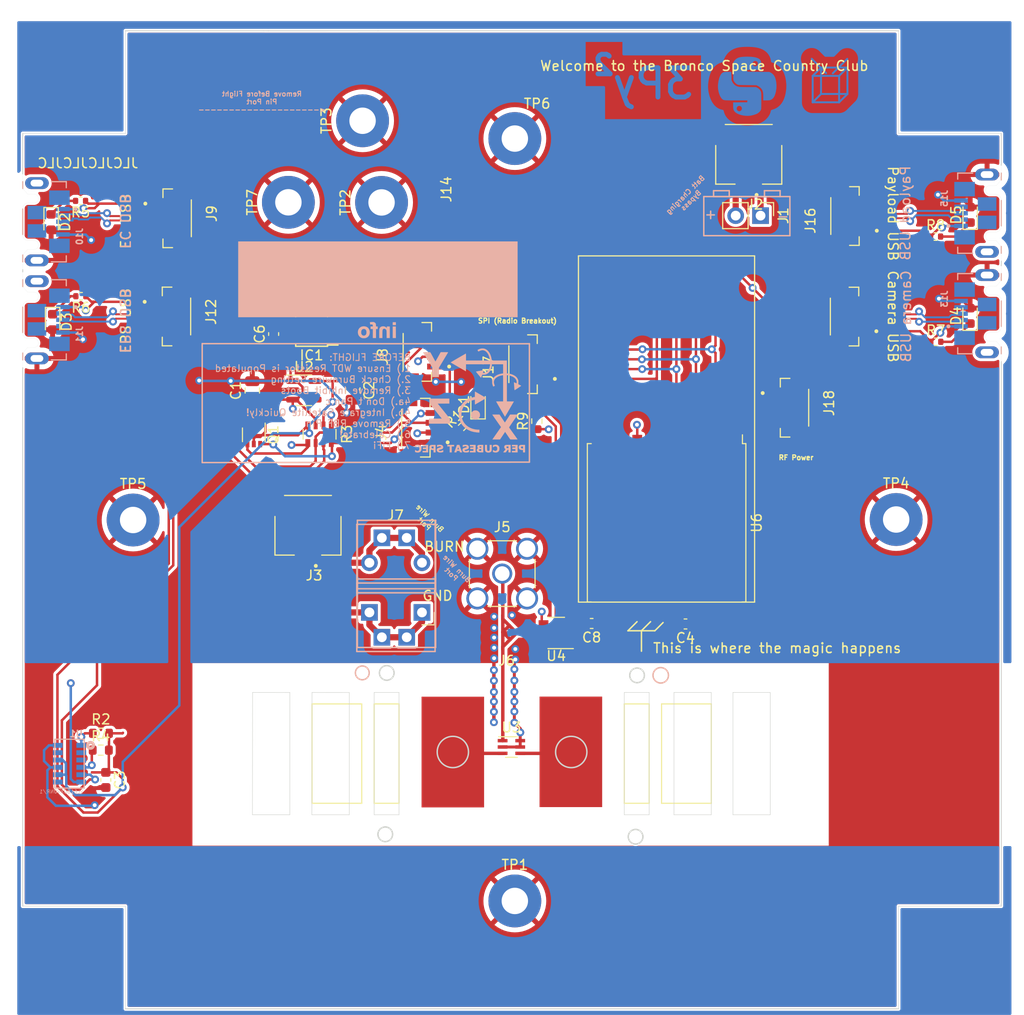
<source format=kicad_pcb>
(kicad_pcb (version 20240108) (generator "pcbnew") (generator_version "8.0")
  (layers (0 "F.Cu" signal) (1 "In1.Cu" signal) (2 "In2.Cu" signal) (31 "B.Cu" signal) (34 "B.Paste" user) (35 "F.Paste" user) (36 "B.SilkS" user "B.Silkscreen") (37 "F.SilkS" user "F.Silkscreen") (38 "B.Mask" user) (39 "F.Mask" user) (44 "Edge.Cuts" user))
  (net 0 "")
  (net 1 "GND")
  (net 2 "SDA1")
  (net 3 "3.3V")
  (net 4 "Net-(J6-tape_1)")
  (net 5 "Net-(J6-tape_2)")
  (net 6 "Net-(J3-Pin_1)")
  (net 7 "/BATT_NEG")
  (net 8 "RF_VCC")
  (net 9 "2.8V")
  (net 11 "Net-(D1-A)")
  (net 12 "/BATT_POS")
  (net 13 "Net-(J3-Pin_2)")
  (net 14 "/SCL_3V")
  (net 15 "/SDA_3V")
  (net 16 "SCL1")
  (net 17 "/GPIO")
  (net 18 "/XSHUT_2.8V")
  (net 24 "Net-(D2-A)")
  (net 25 "Net-(D3-A)")
  (net 26 "Net-(D4-A)")
  (net 27 "Net-(D5-A)")
  (net 28 "/1d-")
  (net 29 "/1d+")
  (net 30 "Net-(J10-VBUS)")
  (net 32 "/0d-")
  (net 33 "/0d+")
  (net 35 "/2d-")
  (net 36 "/2d+")
  (net 38 "/3d-")
  (net 39 "/3d+")
  (net 41 "Net-(J11-VBUS)")
  (net 42 "Net-(J13-VBUS)")
  (net 43 "Net-(J15-VBUS)")
  (net 44 "OUT2")
  (net 45 "Net-(U4-input2)")
  (net 46 "Balun")
  (net 47 "SPI0_MISO")
  (net 48 "SPI0_MOSI")
  (net 49 "SPI0_SCK")
  (net 50 "SPI0_CS0")
  (net 64 "Net-(J4-SHIELD-PadS1)")
  (net 65 "Net-(J8-SHIELD-PadS1)")
  (footprint "Resistor_SMD:R_0603_1608Metric" (layer "F.Cu") (at 123.5208 135.7694)
    (property "Reference" "R4")
    (property "Value" "10K")
  )
  (footprint "Antenna_board:Burn_Wire" (layer "F.Cu") (at 154.4858 107.4844)
    (property "Reference" "J7")
    (property "Value" "~")
  )
  (footprint "Antenna_board:JST_BM04B-SRSS-TB(LF)(SN)" (layer "F.Cu") (at 132.0758 81.3894 -90)
    (property "Reference" "J9")
    (property "Value" "BM04B-SRSS-TB(LF)(SN)")
  )
  (footprint "Antenna_board:JST_BM04B-SRSS-TB(LF)(SN)" (layer "F.Cu") (at 165.9258 96.3094 90)
    (property "Reference" "J17")
    (property "Value" "BM04B-SRSS-TB(LF)(SN)")
  )
  (footprint "RF_Converter:Balun_Johanson_0896BM15A0001" (layer "F.Cu") (at 165.4858 135.4494)
    (property "Reference" "U3")
    (property "Value" "0433BM15A0001")
  )
  (footprint "Antenna_board:HOPERF_RFM95W_SMD" (layer "F.Cu") (at 181.3458 112.5294 -90)
    (property "Reference" "U6")
    (property "Value" "RFM9xBreakout")
  )
  (footprint "MountingHole:MountingHole_2.7mm_M2.5_Pad" (layer "F.Cu") (at 150.2758 71.4194 90)
    (property "Reference" "TP3")
    (property "Value" "TestPoint")
  )
  (footprint "Antenna_board:JST_BM04B-SRSS-TB(LF)(SN)" (layer "F.Cu") (at 198.8258 81.1594 90)
    (property "Reference" "J16")
    (property "Value" "BM04B-SRSS-TB(LF)(SN)")
  )
  (footprint "Package_TO_SOT_SMD:SuperSOT-6" (layer "F.Cu") (at 170.0658 123.7894 180)
    (property "Reference" "U4")
    (property "Value" "AS193-73LF")
  )
  (footprint "Picolock2Pos:MOLEX_504050-0291" (layer "F.Cu") (at 189.740798 74.8494 180)
    (property "Reference" "J2")
    (property "Value" "Battery Charge Bypass")
  )
  (footprint "LED_SMD:LED_0603_1608Metric" (layer "F.Cu") (at 162.0758 100.4219 90)
    (property "Reference" "D1")
    (property "Value" "Blue")
  )
  (footprint "Antenna_board:JST_BM04B-SRSS-TB(LF)(SN)" (layer "F.Cu") (at 198.7808 91.4394 90)
    (property "Reference" "J14")
    (property "Value" "BM04B-SRSS-TB(LF)(SN)")
  )
  (footprint "Connector_PinHeader_2.54mm:PinHeader_1x02_P2.54mm_Vertical" (layer "F.Cu") (at 190.9458 81.1194 -90)
    (property "Reference" "J1")
    (property "Value" "Battery Charge Bypass")
  )
  (footprint "LED_SMD:LED_0603_1608Metric" (layer "F.Cu") (at 212.3558 91.3669 90)
    (property "Reference" "D4")
    (property "Value" "Blue")
  )
  (footprint "LED_SMD:LED_0603_1608Metric" (layer "F.Cu") (at 212.3658 81.0369 90)
    (property "Reference" "D5")
    (property "Value" "Blue")
  )
  (footprint "Antenna_board:JST_BM04B-SRSS-TB(LF)(SN)" (layer "F.Cu") (at 154.9708 102.7994 90)
    (property "Reference" "J4")
    (property "Value" "BM04B-SRSS-TB(LF)(SN)")
  )
  (footprint "Capacitor_SMD:C_0805_2012Metric" (layer "F.Cu") (at 149.2758 98.9894 -90)
    (property "Reference" "C2")
    (property "Value" "10uF")
  )
  (footprint "Resistor_SMD:R_0402_1005Metric" (layer "F.Cu") (at 121.4858 89.3594 180)
    (property "Reference" "R6")
    (property "Value" "1K")
  )
  (footprint "Capacitor_SMD:C_0805_2012Metric" (layer "F.Cu") (at 139.0058 98.9994 90)
    (property "Reference" "C1")
    (property "Value" "10uF")
  )
  (footprint "LED_SMD:LED_0603_1608Metric" (layer "F.Cu") (at 118.5958 91.9869 -90)
    (property "Reference" "D3")
    (property "Value" "Blue")
  )
  (footprint "Capacitor_SMD:C_0603_1608Metric" (layer "F.Cu") (at 183.2758 122.8694 180)
    (property "Reference" "C4")
    (property "Value" "10uF")
  )
  (footprint "Resistor_SMD:R_0402_1005Metric" (layer "F.Cu") (at 208.8358 83.2594)
    (property "Reference" "R8")
    (property "Value" "1K")
  )
  (footprint "MountingHole:MountingHole_2.7mm_M2.5_Pad" (layer "F.Cu") (at 142.693713 79.756113 90)
    (property "Reference" "TP7")
    (property "Value" "TestPoint")
  )
  (footprint "Antenna_board:Tape_Measure_Antenna" (layer "F.Cu") (at 165.0008 127.1244)
    (property "Reference" "J6")
    (property "Value" "~")
    (fp_line (start -25.9804 15.2476) (end -22.1562 15.2476) (stroke (width 0.05)) (layer "Edge.Cuts"))
    (fp_line (start -25.9662 2.7476) (end -25.9804 15.2476) (stroke (width 0.05)) (layer "Edge.Cuts"))
    (fp_line (start -22.1562 2.7524) (end -25.9662 2.7476) (stroke (width 0.05)) (layer "Edge.Cuts"))
    (fp_line (start -22.1562 15.2476) (end -22.1562 2.7524) (stroke (width 0.05)) (layer "Edge.Cuts"))
    (fp_line (start -19.9062 15.25) (end -16.082 15.25) (stroke (width 0.05)) (layer "Edge.Cuts"))
    (fp_line (start -19.892 2.75) (end -19.9062 15.25) (stroke (width 0.05)) (layer "Edge.Cuts"))
    (fp_line (start -16.082 2.7548) (end -19.892 2.75) (stroke (width 0.05)) (layer "Edge.Cuts"))
    (fp_line (start -16.082 15.25) (end -16.082 2.7548) (stroke (width 0.05)) (layer "Edge.Cuts"))
    (fp_line (start -13.542 2.75) (end -11.002 2.75) (stroke (width 0.05)) (layer "Edge.Cuts"))
    (fp_line (start -13.542 15.25) (end -13.542 2.75) (stroke (width 0.05)) (layer "Edge.Cuts"))
    (fp_line (start -11.002 2.75) (end -11.002 15.25) (stroke (width 0.05)) (layer "Edge.Cuts"))
    (fp_line (start -11.002 15.25) (end -13.542 15.25) (stroke (width 0.05)) (layer "Edge.Cuts"))
    (fp_line (start 12.02 2.75) (end 12.02 15.25) (stroke (width 0.05)) (layer "Edge.Cuts"))
    (fp_line (start 12.02 15.25) (end 14.56 15.25) (stroke (width 0.05)) (layer "Edge.Cuts"))
    (fp_line (start 14.56 2.75) (end 12.02 2.75) (stroke (width 0.05)) (layer "Edge.Cuts"))
    (fp_line (start 14.56 15.25) (end 14.56 2.75) (stroke (width 0.05)) (layer "Edge.Cuts"))
    (fp_line (start 17.1 2.75) (end 17.1 15.25) (stroke (width 0.05)) (layer "Edge.Cuts"))
    (fp_line (start 17.1 15.25) (end 20.91 15.25) (stroke (width 0.05)) (layer "Edge.Cuts"))
    (fp_line (start 20.91 2.75) (end 17.1 2.75) (stroke (width 0.05)) (layer "Edge.Cuts"))
    (fp_line (start 20.91 15.25) (end 20.91 2.75) (stroke (width 0.05)) (layer "Edge.Cuts"))
    (fp_line (start 23.1258 2.75) (end 23.1258 15.25) (stroke (width 0.05)) (layer "Edge.Cuts"))
    (fp_line (start 23.1258 15.25) (end 26.9358 15.25) (stroke (width 0.05)) (layer "Edge.Cuts"))
    (fp_line (start 26.9358 2.75) (end 23.1258 2.75) (stroke (width 0.05)) (layer "Edge.Cuts"))
    (fp_line (start 26.9358 15.25) (end 26.9358 2.75) (stroke (width 0.05)) (layer "Edge.Cuts"))
    (fp_circle (center -12.4062 17.25) (end -13.1562 17.25) (stroke (width 0.15)) (fill none) (layer "Edge.Cuts"))
    (fp_circle (center -12.2562 0.75) (end -11.5062 0.75) (stroke (width 0.15)) (fill none) (layer "Edge.Cuts"))
    (fp_circle (center -5.5 8.8348) (end -3.9 8.8348) (stroke (width 0.15)) (fill none) (layer "Edge.Cuts"))
    (fp_circle (center 6.6 8.834801) (end 8.2 8.834801) (stroke (width 0.15)) (fill none) (layer "Edge.Cuts"))
    (fp_circle (center 13.1758 17.5) (end 13.9258 17.5) (stroke (width 0.15)) (fill none) (layer "Edge.Cuts"))
    (fp_circle (center 13.3258 1) (end 14.0758 1) (stroke (width 0.15)) (fill none) (layer "Edge.Cuts"))
  )
  (footprint "Resistor_SMD:R_0603_1608Metric" (layer "F.Cu") (at 168.0858 102.1294 90)
    (property "Reference" "R9")
    (property "Value" "10k")
  )
  (footprint "MountingHole:MountingHole_2.7mm_M2.5_Pad" (layer "F.Cu") (at 152.2158 79.7694 90)
    (property "Reference" "TP2")
    (property "Value" "TestPoint")
  )
  (footprint "MountingHole:MountingHole_2.7mm_M2.5_Pad" (layer "F.Cu") (at 126.8258 112.2394)
    (property "Reference" "TP5")
    (property "Value" "TestPoint")
  )
  (footprint "MountingHole:MountingHole_2.7mm_M2.5_Pad" (layer "F.Cu") (at 165.8358 73.2394)
    (property "Reference" "TP6")
    (property "Value" "TestPoint")
  )
  (footprint "Picolock2Pos:MOLEX_504050-0291" (layer "F.Cu") (at 144.6958 112.779399 180)
    (property "Reference" "J3")
    (property "Value" "Burn_Wire")
  )
  (footprint "Package_TO_SOT_SMD:SOT-23-5" (layer "F.Cu") (at 144.2783 98.9794)
    (property "Reference" "U2")
    (property "Value" "LP5907-2.8V")
  )
  (footprint "Package_SO:TSSOP-8_3x3mm_P0.65mm" (layer "F.Cu") (at 145.0658 92.8494 180)
    (property "Reference" "IC1")
    (property "Value" "PCT2075DP,118")
  )
  (footprint "Antenna_board:JST_BM04B-SRSS-TB(LF)(SN)" (layer "F.Cu") (at 155.1233 95.0494 90)
    (property "Reference" "J8")
    (property "Value" "BM04B-SRSS-TB(LF)(SN)")
  )
  (footprint "Resistor_SMD:R_0402_1005Metric" (layer "F.Cu") (at 208.8558 94.0194)
    (property "Reference" "R7")
    (property "Value" "1K")
  )
  (footprint "MountingHole:MountingHole_2.7mm_M2.5_Pad" (layer "F.Cu") (at 165.8358 151.1894)
    (property "Reference" "TP1")
    (property "Value" "TestPoint")
  )
  (footprint "MountingHole:MountingHole_2.7mm_M2.5_Pad" (layer "F.Cu") (at 204.8058 112.1894)
    (property "Reference" "TP4")
    (property "Value" "TestPoint")
  )
  (footprint "Antenna_board:JST_BM04B-SRSS-TB(LF)(SN)" (layer "F.Cu") (at 132.0058 91.4294 -90)
    (property "Reference" "J12")
    (property "Value" "BM04B-SRSS-TB(LF)(SN)")
  )
  (footprint "Resistor_SMD:R_0603_1608Metric" (layer "F.Cu") (at 123.5358 134.0494)
    (property "Reference" "R2")
    (property "Value" "10K")
  )
  (footprint "Capacitor_SMD:C_0603_1608Metric" (layer "F.Cu") (at 124.0358 138.8194 -90)
    (property "Reference" "C3")
    (property "Value" "0.1uF")
  )
  (footprint "Connector_Coaxial:SMA_Amphenol_901-144_Vertical" (layer "F.Cu") (at 164.5458 117.7194)
    (property "Reference" "J5")
    (property "Value" "Conn_Coaxial")
  )
  (footprint "Antenna_board:RFM98PW" (layer "F.Cu") (at 181.8373 102.934401 -90)
    (property "Reference" "U5" (hide yes))
    (property "Value" "RFM98PW" (hide yes))
  )
  (footprint "Capacitor_SMD:C_0603_1608Metric" (layer "F.Cu") (at 141.1858 93.2244 90)
    (property "Reference" "C6")
    (property "Value" "100nf")
  )
  (footprint "Package_TO_SOT_SMD:SOT-363_SC-70-6" (layer "F.Cu") (at 139.159486 103.530224 -90)
    (property "Reference" "Q1")
    (property "Value" "BSS138")
  )
  (footprint "Capacitor_SMD:C_0603_1608Metric" (layer "F.Cu") (at 173.6858 122.8194 180)
    (property "Reference" "C8")
    (property "Value" "100pf")
  )
  (footprint "LED_SMD:LED_0603_1608Metric" (layer "F.Cu") (at 118.4458 81.7769 -90)
    (property "Reference" "D2")
    (property "Value" "Blue")
  )
  (footprint "Antenna_board:JST_BM04B-SRSS-TB(LF)(SN)" (layer "F.Cu") (at 195.1658 100.7594 -90)
    (property "Reference" "J18")
    (property "Value" "BM04B-SRSS-TB(LF)(SN)")
  )
  (footprint "Resistor_SMD:R_Array_Convex_4x0603" (layer "F.Cu") (at 145.879484 103.470227 -90)
    (property "Reference" "R3")
    (property "Value" "10K")
  )
  (footprint "Resistor_SMD:R_0402_1005Metric" (layer "F.Cu") (at 121.4558 79.6094 180)
    (property "Reference" "R5")
    (property "Value" "1K")
  )
  (footprint "Resistor_SMD:R_0402_1005Metric" (layer "F.Cu") (at 160.4458 102.7194 45)
    (property "Reference" "R1")
    (property "Value" "1K")
  )
  (footprint "LOGO" (layer "F.Cu") (at 186.937277 157.595673)
    (property "Reference" "G***" (hide yes))
    (property "Value" "LOGO" (hide yes))
  )
  (footprint "Antenna_board:MOLEX_105164-0001(round)" (layer "B.Cu") (at 115.5458 81.7444 90)
    (property "Reference" "J10")
    (property "Value" "USB_B_Micro")
    (fp_line (start 0.00053 -0.004943) (end -1.29947 -0.004943) (stroke (width 0.01)) (layer "Edge.Cuts"))
    (fp_line (start 0.00053 -0.004943) (end 1.3 0) (stroke (width 0.01)) (layer "Edge.Cuts"))
    (fp_line (start 4.9 0) (end 3.4 0) (stroke (width 0.01)) (layer "Edge.Cuts"))
    (fp_line (start 3.4 0) (end 2.825 0.5) (stroke (width 0.01)) (layer "Edge.Cuts"))
    (fp_line (start -3.4 0) (end -2.825 0.5) (stroke (width 0.01)) (layer "Edge.Cuts"))
    (fp_line (start -4.9 0) (end -3.4 0) (stroke (width 0.01)) (layer "Edge.Cuts"))
    (fp_line (start 2.825 1.15) (end 2.825 0.5) (stroke (width 0.01)) (layer "Edge.Cuts"))
    (fp_line (start 1.925 1.15) (end 1.925 0.5) (stroke (width 0.01)) (layer "Edge.Cuts"))
    (fp_line (start -1.925 1.15) (end -1.925 0.5) (stroke (width 0.01)) (layer "Edge.Cuts"))
    (fp_line (start -2.825 1.15) (end -2.825 0.5) (stroke (width 0.01)) (layer "Edge.Cuts"))
    (fp_arc (start 1.3 0) (mid 1.71741 0.122834) (end 1.925529 0.504943) (stroke (width 0.01)) (layer "Edge.Cuts"))
    (fp_arc (start -1.924999 0.5) (mid -1.716881 0.117891) (end -1.29947 -0.004943) (stroke (width 0.01)) (layer "Edge.Cuts"))
    (fp_arc (start 2.825 1.15) (mid 2.375 1.6) (end 1.925 1.15) (stroke (width 0.01)) (layer "Edge.Cuts"))
    (fp_arc (start -1.925 1.15) (mid -2.375 1.6) (end -2.825 1.15) (stroke (width 0.01)) (layer "Edge.Cuts"))
  )
  (footprint "Antenna_board:MOLEX_105164-0001(round)" (layer "B.Cu") (at 215.5458 91.1444 -90)
    (property "Reference" "J13")
    (property "Value" "USB_B_Micro")
    (fp_line (start -2.825 1.15) (end -2.825 0.5) (stroke (width 0.01)) (layer "Edge.Cuts"))
    (fp_line (start -1.925 1.15) (end -1.925 0.5) (stroke (width 0.01)) (layer "Edge.Cuts"))
    (fp_line (start 1.925 1.15) (end 1.925 0.5) (stroke (width 0.01)) (layer "Edge.Cuts"))
    (fp_line (start 2.825 1.15) (end 2.825 0.5) (stroke (width 0.01)) (layer "Edge.Cuts"))
    (fp_line (start -4.9 0) (end -3.4 0) (stroke (width 0.01)) (layer "Edge.Cuts"))
    (fp_line (start -3.4 0) (end -2.825 0.5) (stroke (width 0.01)) (layer "Edge.Cuts"))
    (fp_line (start 3.4 0) (end 2.825 0.5) (stroke (width 0.01)) (layer "Edge.Cuts"))
    (fp_line (start 4.9 0) (end 3.4 0) (stroke (width 0.01)) (layer "Edge.Cuts"))
    (fp_line (start 0.00053 -0.004943) (end 1.3 0) (stroke (width 0.01)) (layer "Edge.Cuts"))
    (fp_line (start 0.00053 -0.004943) (end -1.29947 -0.004943) (stroke (width 0.01)) (layer "Edge.Cuts"))
    (fp_arc (start -1.925 1.15) (mid -2.375 1.6) (end -2.825 1.15) (stroke (width 0.01)) (layer "Edge.Cuts"))
    (fp_arc (start 2.825 1.15) (mid 2.375 1.6) (end 1.925 1.15) (stroke (width 0.01)) (layer "Edge.Cuts"))
    (fp_arc (start -1.924999 0.5) (mid -1.716881 0.117891) (end -1.29947 -0.004943) (stroke (width 0.01)) (layer "Edge.Cuts"))
    (fp_arc (start 1.3 0) (mid 1.71741 0.122834) (end 1.925529 0.504943) (stroke (width 0.01)) (layer "Edge.Cuts"))
  )
  (footprint "Antenna_board:MOLEX_105164-0001(round)" (layer "B.Cu") (at 215.5458 80.8694 -90)
    (property "Reference" "J15")
    (property "Value" "USB_B_Micro")
    (fp_line (start -2.825 1.15) (end -2.825 0.5) (stroke (width 0.01)) (layer "Edge.Cuts"))
    (fp_line (start -1.925 1.15) (end -1.925 0.5) (stroke (width 0.01)) (layer "Edge.Cuts"))
    (fp_line (start 1.925 1.15) (end 1.925 0.5) (stroke (width 0.01)) (layer "Edge.Cuts"))
    (fp_line (start 2.825 1.15) (end 2.825 0.5) (stroke (width 0.01)) (layer "Edge.Cuts"))
    (fp_line (start -4.9 0) (end -3.4 0) (stroke (width 0.01)) (layer "Edge.Cuts"))
    (fp_line (start -3.4 0) (end -2.825 0.5) (stroke (width 0.01)) (layer "Edge.Cuts"))
    (fp_line (start 3.4 0) (end 2.825 0.5) (stroke (width 0.01)) (layer "Edge.Cuts"))
    (fp_line (start 4.9 0) (end 3.4 0) (stroke (width 0.01)) (layer "Edge.Cuts"))
    (fp_line (start 0.00053 -0.004943) (end 1.3 0) (stroke (width 0.01)) (layer "Edge.Cuts"))
    (fp_line (start 0.00053 -0.004943) (end -1.29947 -0.004943) (stroke (width 0.01)) (layer "Edge.Cuts"))
    (fp_arc (start -1.925 1.15) (mid -2.375 1.6) (end -2.825 1.15) (stroke (width 0.01)) (layer "Edge.Cuts"))
    (fp_arc (start 2.825 1.15) (mid 2.375 1.6) (end 1.925 1.15) (stroke (width 0.01)) (layer "Edge.Cuts"))
    (fp_arc (start -1.924999 0.5) (mid -1.716881 0.117891) (end -1.29947 -0.004943) (stroke (width 0.01)) (layer "Edge.Cuts"))
    (fp_arc (start 1.3 0) (mid 1.71741 0.122834) (end 1.925529 0.504943) (stroke (width 0.01)) (layer "Edge.Cuts"))
  )
  (footprint "LOGO" (layer "B.Cu") (at 159.9758 120.7794 180)
    (property "Reference" "G***" (hide yes))
    (property "Value" "LOGO" (hide yes))
  )
  (footprint "LOGO" (layer "B.Cu") (at 189.5958 68.4894 180)
    (property "Reference" "G***" (hide yes))
    (property "Value" "LOGO" (hide yes))
  )
  (footprint "mainboard:board_info_block" (layer "B.Cu") (at 151.8458 88.7094 180)
    (property "Reference" "REF**" (hide yes))
    (property "Value" "VAL**" (hide yes))
  )
  (footprint "LOGO" (layer "B.Cu") (at 189.5958 68.4894 180)
    (property "Reference" "G***" (hide yes))
    (property "Value" "LOGO" (hide yes))
  )
  (footprint "Antenna_board:MOLEX_105164-0001(round)" (layer "B.Cu") (at 115.5458 91.7694 90)
    (property "Reference" "J11")
    (property "Value" "USB_B_Micro")
    (fp_line (start 0.00053 -0.004943) (end -1.29947 -0.004943) (stroke (width 0.01)) (layer "Edge.Cuts"))
    (fp_line (start 0.00053 -0.004943) (end 1.3 0) (stroke (width 0.01)) (layer "Edge.Cuts"))
    (fp_line (start 4.9 0) (end 3.4 0) (stroke (width 0.01)) (layer "Edge.Cuts"))
    (fp_line (start 3.4 0) (end 2.825 0.5) (stroke (width 0.01)) (layer "Edge.Cuts"))
    (fp_line (start -3.4 0) (end -2.825 0.5) (stroke (width 0.01)) (layer "Edge.Cuts"))
    (fp_line (start -4.9 0) (end -3.4 0) (stroke (width 0.01)) (layer "Edge.Cuts"))
    (fp_line (start 2.825 1.15) (end 2.825 0.5) (stroke (width 0.01)) (layer "Edge.Cuts"))
    (fp_line (start 1.925 1.15) (end 1.925 0.5) (stroke (width 0.01)) (layer "Edge.Cuts"))
    (fp_line (start -1.925 1.15) (end -1.925 0.5) (stroke (width 0.01)) (layer "Edge.Cuts"))
    (fp_line (start -2.825 1.15) (end -2.825 0.5) (stroke (width 0.01)) (layer "Edge.Cuts"))
    (fp_arc (start 1.3 0) (mid 1.71741 0.122834) (end 1.925529 0.504943) (stroke (width 0.01)) (layer "Edge.Cuts"))
    (fp_arc (start -1.924999 0.5) (mid -1.716881 0.117891) (end -1.29947 -0.004943) (stroke (width 0.01)) (layer "Edge.Cuts"))
    (fp_arc (start 2.825 1.15) (mid 2.375 1.6) (end 1.925 1.15) (stroke (width 0.01)) (layer "Edge.Cuts"))
    (fp_arc (start -1.925 1.15) (mid -2.375 1.6) (end -2.825 1.15) (stroke (width 0.01)) (layer "Edge.Cuts"))
  )
  (footprint "Adafruit VL6180 Time of Flight Sensor:VL6180" (layer "B.Cu") (at 120.3258 137.1544 180)
    (property "Reference" "U1")
    (property "Value" "VL6180XV0NR/1")
  )
  (footprint "LOGO" (layer "B.Cu") (at 195.6458 94.2944 180)
    (property "Reference" "G***" (hide yes))
    (property "Value" "LOGO" (hide yes))
  )
  (footprint "mainboard:XYZ_cubesat-top" (layer "B.Cu") (at 161.3258 100.4194 180)
    (property "Reference" "REF**" (hide yes))
    (property "Value" "Val**" (hide yes))
  )
  (footprint "LOGO" (layer "B.Cu") (at 185.0858 116.0494 180)
    (property "Reference" "G***" (hide yes))
    (property "Value" "LOGO" (hide yes))
  )
  (gr_line (start 197.1258 68.6794) (end 199.8258 68.6794) (stroke (width 0.2)) (layer "B.Cu"))
  (gr_line (start 198.9758 66.8294) (end 199.8258 65.9794) (stroke (width 0.2)) (layer "B.Cu"))
  (gr_line (start 196.2758 66.8294) (end 197.1258 65.9794) (stroke (width 0.2)) (layer "B.Cu"))
  (gr_line (start 199.8058 65.0894) (end 198.3258 66.5694) (stroke (width 0.2)) (layer "B.Cu"))
  (gr_line (start 197.1258 65.9794) (end 197.1258 68.6794) (stroke (width 0.2)) (layer "B.Cu"))
  (gr_line (start 199.8258 68.6794) (end 198.9758 69.5294) (stroke (width 0.2)) (layer "B.Cu"))
  (gr_line (start 196.2758 66.8294) (end 196.2758 69.5294) (stroke (width 0.2)) (layer "B.Cu"))
  (gr_line (start 198.9758 66.8294) (end 196.2758 66.8294) (stroke (width 0.2)) (layer "B.Cu"))
  (gr_line (start 199.8258 65.9794) (end 199.8258 68.6794) (stroke (width 0.2)) (layer "B.Cu"))
  (gr_line (start 196.2758 69.5294) (end 197.1258 68.6794) (stroke (width 0.2)) (layer "B.Cu"))
  (gr_line (start 196.2758 69.5294) (end 198.9758 69.5294) (stroke (width 0.2)) (layer "B.Cu"))
  (gr_line (start 199.8258 65.9794) (end 197.1258 65.9794) (stroke (width 0.2)) (layer "B.Cu"))
  (gr_line (start 198.9758 69.5294) (end 198.9758 66.8294) (stroke (width 0.2)) (layer "B.Cu"))
  (gr_line (start 196.1758 65.0794) (end 197.6458 66.5494) (stroke (width 0.2)) (layer "B.Cu"))
  (gr_line (start 149.7458 118.2694) (end 149.7458 119.2694) (stroke (width 0.15)) (layer "B.SilkS"))
  (gr_line (start 133.8858 94.2094) (end 133.8858 106.3694) (stroke (width 0.15)) (layer "B.SilkS"))
  (gr_line (start 192.9458 78.5694) (end 191.3458 78.5694) (stroke (width 0.15)) (layer "B.SilkS"))
  (gr_circle (center 180.7458 128.1194) (end 180.9958 127.3694) (stroke (width 0.15)) (fill none) (layer "B.SilkS"))
  (gr_line (start 192.9458 79.1694) (end 192.9458 78.5694) (stroke (width 0.15)) (layer "B.SilkS"))
  (gr_line (start 191.3458 78.5694) (end 191.3458 79.1694) (stroke (width 0.15)) (layer "B.SilkS"))
  (gr_line (start 186.1458 78.5694) (end 187.7458 78.5694) (stroke (width 0.15)) (layer "B.SilkS"))
  (gr_line (start 187.7458 78.5694) (end 187.7458 79.1694) (stroke (width 0.15)) (layer "B.SilkS"))
  (gr_line (start 157.7458 112.2694) (end 157.7458 125.2694) (stroke (width 0.15)) (layer "B.SilkS"))
  (gr_line (start 157.7458 118.2694) (end 149.7458 118.2694) (stroke (width 0.15)) (layer "B.SilkS"))
  (gr_line (start 191.3458 79.1694) (end 186.1458 79.1694) (stroke (width 0.15)) (layer "B.SilkS"))
  (gr_line (start 157.7458 125.2694) (end 149.7458 125.2694) (stroke (width 0.15)) (layer "B.SilkS"))
  (gr_line (start 149.7458 125.2694) (end 149.7458 112.2694) (stroke (width 0.15)) (layer "B.SilkS"))
  (gr_line (start 149.7458 112.2694) (end 157.7458 112.2694) (stroke (width 0.15)) (layer "B.SilkS"))
  (gr_line (start 186.1458 79.1694) (end 186.1458 78.5694) (stroke (width 0.15)) (layer "B.SilkS"))
  (gr_line (start 133.8858 94.2094) (end 167.3258 94.2194) (stroke (width 0.15)) (layer "B.SilkS"))
  (gr_line (start 167.3258 94.2194) (end 167.3258 106.311881) (stroke (width 0.15)) (layer "B.SilkS"))
  (gr_circle (center 150.2458 127.8694) (end 150.7458 127.3694) (stroke (width 0.15)) (fill none) (layer "B.SilkS"))
  (gr_line (start 133.8858 106.3694) (end 167.3258 106.321881) (stroke (width 0.15)) (layer "B.SilkS"))
  (gr_line (start 149.7458 119.2694) (end 157.7458 119.2694) (stroke (width 0.15)) (layer "B.SilkS"))
  (gr_line (start 193.9458 83.1694) (end 193.9458 79.1694) (stroke (width 0.15)) (layer "B.SilkS"))
  (gr_line (start 185.1458 79.1694) (end 185.1458 83.1694) (stroke (width 0.15)) (layer "B.SilkS"))
  (gr_line (start 193.9458 79.1694) (end 185.1458 79.1694) (stroke (width 0.15)) (layer "B.SilkS"))
  (gr_line (start 185.1458 83.1694) (end 193.9458 83.1694) (stroke (width 0.15)) (layer "B.SilkS"))
  (gr_line (start 178.7758 125.6544) (end 178.7758 123.5644) (stroke (width 0.15)) (layer "F.SilkS"))
  (gr_line (start 177.3958 123.5644) (end 178.3258 122.6344) (stroke (width 0.15)) (layer "F.SilkS"))
  (gr_line (start 178.7758 123.5644) (end 179.7058 122.6344) (stroke (width 0.15)) (layer "F.SilkS"))
  (gr_line (start 178.7758 123.5644) (end 180.1358 123.5644) (stroke (width 0.15)) (layer "F.SilkS"))
  (gr_line (start 180.1458 123.5644) (end 180.9858 122.7244) (stroke (width 0.15)) (layer "F.SilkS"))
  (gr_line (start 178.7758 123.5644) (end 177.3958 123.5644) (stroke (width 0.15)) (layer "F.SilkS"))
  (gr_line (start 126.0462 62.2172) (end 140.1458 62.2172) (stroke (width 0.1)) (layer "Edge.Cuts"))
  (gr_line (start 126.0462 162.2172) (end 126.0462 151.7172) (stroke (width 0.05)) (layer "Edge.Cuts"))
  (gr_line (start 205.0462 62.2172) (end 205.0462 72.7172) (stroke (width 0.05)) (layer "Edge.Cuts"))
  (gr_line (start 205.0462 162.2172) (end 126.0462 162.2172) (stroke (width 0.1)) (layer "Edge.Cuts"))
  (gr_line (start 126.0462 72.7172) (end 126.0462 62.2172) (stroke (width 0.05)) (layer "Edge.Cuts"))
  (gr_line (start 115.5458 76.8444) (end 115.5462 72.7172) (stroke (width 0.1)) (layer "Edge.Cuts"))
  (gr_line (start 215.5462 151.7172) (end 205.0462 151.7172) (stroke (width 0.05)) (layer "Edge.Cuts"))
  (gr_line (start 205.0462 72.7172) (end 215.5462 72.7172) (stroke (width 0.05)) (layer "Edge.Cuts"))
  (gr_line (start 126.0462 151.7172) (end 115.5462 151.7172) (stroke (width 0.05)) (layer "Edge.Cuts"))
  (gr_line (start 205.0462 62.2172) (end 151.8458 62.2172) (stroke (width 0.1)) (layer "Edge.Cuts"))
  (gr_line (start 215.5458 96.039403) (end 215.5462 151.7172) (stroke (width 0.1)) (layer "Edge.Cuts"))
  (gr_line (start 205.0462 151.7172) (end 205.0462 162.2172) (stroke (width 0.05)) (layer "Edge.Cuts"))
  (gr_line (start 215.5458 85.7694) (end 215.5458 86.2444) (stroke (width 0.1)) (layer "Edge.Cuts"))
  (gr_line (start 215.5458 75.9694) (end 215.5462 72.7172) (stroke (width 0.1)) (layer "Edge.Cuts"))
  (gr_line (start 140.6383 62.2194) (end 140.1458 62.2172) (stroke (width 0.1)) (layer "Edge.Cuts"))
  (gr_line (start 115.5458 96.6694) (end 115.5462 151.7172) (stroke (width 0.1)) (layer "Edge.Cuts"))
  (gr_line (start 115.5458 86.6444) (end 115.5458 86.8694) (stroke (width 0.1)) (layer "Edge.Cuts"))
  (gr_line (start 140.6383 62.2194) (end 151.8458 62.2172) (stroke (width 0.1)) (layer "Edge.Cuts"))
  (gr_line (start 115.5462 72.7172) (end 126.0462 72.7172) (stroke (width 0.05)) (layer "Edge.Cuts"))
  (gr_text "3PySquared Antenna Development Board \nV1\nMichael Pham | Nicole Maggard | Ernesto Montes\n" (at 146.8258 158.2994 0) (layer "F.Cu") (effects (font (size 1 1))))
  (gr_text "2" (at 174.9058 65.7194 0) (layer "B.Cu") (effects (font (size 2 2) (thickness 0.5)) (justify mirror)))
  (gr_text "3Py" (at 179.960184 67.633934 0) (layer "B.Cu") (effects (font (size 3 3) (thickness 0.5)) (justify mirror)))
  (gr_text "Remove Before Flight\nPin Port\n<--------------------" (at 139.9858 69.4794 0) (layer "B.SilkS") (effects (font (size 0.5 0.5) (thickness 0.1)) (justify mirror)))
  (gr_text "BEFORE FLIGHT:\n1.) Ensure WDT Resistor is Populated\n2.) Check Burnwire Setting\n3.) Remove Inhibit Boots\n4a.) Don't Panic\n4b.) Integrate Satellite Quickly!\n5.) Remove RBF Pin\n6.) Celebrate! \n7.) FiFi" (at 155.2758 100.1194 0) (layer "B.SilkS") (effects (font (size 0.7 0.7) (thickness 0.1)) (justify left mirror)))
  (gr_text "Payload USB" (at 206.3358 75.9294 90) (layer "B.SilkS") (effects (font (size 1 1)) (justify left bottom mirror)))
  (gr_text "-" (at 193.2458 81.1694 0) (layer "B.SilkS") (effects (font (size 1 1)) (justify mirror)))
  (gr_text "EPS USB" (at 125.3998 95.2754 -90) (layer "B.SilkS") (effects (font (size 1 1)) (justify left bottom mirror)))
  (gr_text "Batt Charging\nBypass" (at 183.5458 79.2694 45) (layer "B.SilkS") (effects (font (size 0.5 0.5) (thickness 0.1)) (justify mirror)))
  (gr_text "+\n" (at 185.8458 80.9694 0) (layer "B.SilkS") (effects (font (size 1 1)) (justify mirror)))
  (gr_text "Burn Wire\nPort" (at 159.6258 117.4994 315) (layer "B.SilkS") (effects (font (size 0.5 0.5) (thickness 0.1)) (justify mirror)))
  (gr_text "FC USB" (at 125.3998 84.6074 -90) (layer "B.SilkS") (effects (font (size 1 1)) (justify left bottom mirror)))
  (gr_text "Camera USB" (at 206.3958 86.6294 90) (layer "B.SilkS") (effects (font (size 1 1)) (justify left bottom mirror)))
  (gr_text "Camera USB" (at 203.8858 86.6394 -90) (layer "F.SilkS") (effects (font (size 1 1)) (justify left bottom)))
  (gr_text "I2C Breakouts" (at 153.5658 90.9794 0) (layer "F.SilkS") (effects (font (size 0.5 0.5) (thickness 0.125) (bold yes)) (justify left bottom)))
  (gr_text "Welcome to the Bronco Space Country Club" (at 185.1958 65.8094 0) (layer "F.SilkS") (effects (font (size 1 1))))
  (gr_text "JLCJLCJLCJLC" (at 122.2058 75.7594 0) (layer "F.SilkS") (effects (font (size 1 1)) (justify mirror)))
  (gr_text "FC USB" (at 126.6698 84.6074 90) (layer "F.SilkS") (effects (font (size 1 1)) (justify left bottom)))
  (gr_text "EPS USB" (at 126.6698 95.2754 90) (layer "F.SilkS") (effects (font (size 1 1)) (justify left bottom)))
  (gr_text "RF Power" (at 192.7358 106.1494 0) (layer "F.SilkS") (effects (font (size 0.5 0.5) (thickness 0.125) (bold yes)) (justify left bottom)))
  (gr_text "Payload USB" (at 203.8858 75.9714 -90) (layer "F.SilkS") (effects (font (size 1 1)) (justify left bottom)))
  (gr_text "This is where the magic happens" (at 192.6458 125.3394 0) (layer "F.SilkS") (effects (font (size 1 1))))
  (gr_text "SPI (Radio Breakout)" (at 162.0058 92.1694 0) (layer "F.SilkS") (effects (font (size 0.5 0.5) (thickness 0.125) (bold yes)) (justify left bottom)))
  (segment (start 164.5858 135.4494) (end 166.3858 135.4494) (width 0.3) (layer "F.Cu") (net 1))
  (segment (start 201.3508 79.6594) (end 211.7758 79.6594) (width 0.25) (layer "F.Cu") (net 1))
  (segment (start 122.4758 93.7694) (end 123.3158 92.9294) (width 0.25) (layer "F.Cu") (net 1))
  (segment (start 118.5958 92.7744) (end 118.7508 92.9294) (width 0.25) (layer "F.Cu") (net 1))
  (segment (start 165.7858 126.5994) (end 165.8858 126.4994) (width 0.3) (layer "F.Cu") (net 1))
  (segment (start 118.7508 92.9294) (end 123.3158 92.9294) (width 0.25) (layer "F.Cu") (net 1))
  (segment (start 195.1658 103.5594) (end 193.9408 103.5594) (width 0.25) (layer "F.Cu") (net 1))
  (segment (start 166.3958 133.5694) (end 165.7858 132.9594) (width 0.3) (layer "F.Cu") (net 1))
  (segment (start 201.3058 89.9394) (end 211.7158 89.9394) (width 0.25) (layer "F.Cu") (net 1))
  (segment (start 121.7058 93.7694) (end 122.4758 93.7694) (width 0.25) (layer "F.Cu") (net 1))
  (segment (start 188.3458 103.5294) (end 188.3458 104.5294) (width 0.25) (layer "F.Cu") (net 1))
  (segment (start 193.6658 102.2594) (end 193.7408 102.1844) (width 0.25) (layer "F.Cu") (net 1))
  (segment (start 163.6958 126.3894) (end 163.7158 126.3694) (width 0.34925) (layer "F.Cu") (net 1))
  (segment (start 165.7858 132.9594) (end 165.7858 127.4994) (width 0.3) (layer "F.Cu") (net 1))
  (segment (start 136.8258 98.0494) (end 136.7958 98.0194) (width 0.254) (layer "F.Cu") (net 1))
  (segment (start 166.3958 133.9594) (end 166.3958 133.5694) (width 0.3) (layer "F.Cu") (net 1))
  (segment (start 123.2658 82.8894) (end 129.5508 82.8894) (width 0.25) (layer "F.Cu") (net 1))
  (segment (start 124.0358 139.5944) (end 122.922039 139.5944) (width 0.254) (layer "F.Cu") (net 1))
  (segment (start 122.922039 139.5944) (end 122.183539 140.3329) (width 0.254) (layer "F.Cu") (net 1))
  (segment (start 157.6483 96.5494) (end 157.6483 98.0019) (width 0.25) (layer "F.Cu") (net 1))
  (segment (start 193.7408 100.5444) (end 193.4558 100.2594) (width 0.25) (layer "F.Cu") (net 1))
  (segment (start 166.3858 133.9694) (end 166.3958 133.9594) (width 0.3) (layer "F.Cu") (net 1))
  (segment (start 118.7708 82.8894) (end 129.5508 82.8894) (width 0.25) (layer "F.Cu") (net 1))
  (segment (start 147.2158 91.8744) (end 142.9158 91.8744) (width 0.25) (layer "F.Cu") (net 1))
  (segment (start 166.3858 134.7994) (end 166.3858 133.9694) (width 0.3) (layer "F.Cu") (net 1))
  (segment (start 191.6158 100.2594) (end 188.3458 103.5294) (width 0.25) (layer "F.Cu") (net 1))
  (segment (start 193.4558 100.2594) (end 192.6408 100.2594) (width 0.25) (layer "F.Cu") (net 1))
  (segment (start 123.3158 92.9294) (end 129.4808 92.9294) (width 0.25) (layer "F.Cu") (net 1))
  (segment (start 165.8858 126.4994) (end 165.8858 125.4294) (width 0.3) (layer "F.Cu") (net 1))
  (segment (start 163.6958 127.5894) (end 163.6958 132.9194) (width 0.34925) (layer "F.Cu") (net 1))
  (segment (start 149.2758 99.9394) (end 149.2758 100.6394) (width 0.25) (layer "F.Cu") (net 1))
  (segment (start 163.7158 121.0394) (end 163.7158 126.3694) (width 0.34925) (layer "F.Cu") (net 1))
  (segment (start 122.5358 83.6194) (end 123.2658 82.8894) (width 0.25) (layer "F.Cu") (net 1))
  (segment (start 163.6958 127.5894) (end 163.6958 126.3894) (width 0.34925) (layer "F.Cu") (net 1))
  (segment (start 209.0758 78.9794) (end 208.3958 79.6594) (width 0.25) (layer "F.Cu") (net 1))
  (segment (start 193.9408 103.5594) (end 192.6408 102.2594) (width 0.25) (layer "F.Cu") (net 1))
  (segment (start 142.9158 93.1744) (end 142.9158 91.8744) (width 0.25) (layer "F.Cu") (net 1))
  (segment (start 139.0058 98.0494) (end 136.8258 98.0494) (width 0.254) (layer "F.Cu") (net 1))
  (segment (start 208.8458 89.9394) (end 201.3058 89.9394) (width 0.25) (layer "F.Cu") (net 1))
  (segment (start 142.3408 92.4494) (end 142.9158 91.8744) (width 0.25) (layer "F.Cu") (net 1))
  (segment (start 211.7758 79.6594) (end 212.3658 80.2494) (width 0.25) (layer "F.Cu") (net 1))
  (segment (start 211.7158 89.9394) (end 212.3558 90.5794) (width 0.25) (layer "F.Cu") (net 1))
  (segment (start 166.3858 134.7994) (end 166.3858 135.4494) (width 0.3) (layer "F.Cu") (net 1))
  (segment (start 208.3958 79.6594) (end 201.3508 79.6594) (width 0.25) (layer "F.Cu") (net 1))
  (segment (start 118.4458 82.5644) (end 118.7708 82.8894) (width 0.25) (layer "F.Cu") (net 1))
  (segment (start 192.6408 102.2594) (end 193.6658 102.2594) (width 0.25) (layer "F.Cu") (net 1))
  (segment (start 209.1758 89.6094) (end 208.8458 89.9394) (width 0.25) (layer "F.Cu") (net 1))
  (segment (start 192.6408 100.2594) (end 191.6158 100.2594) (width 0.25) (layer "F.Cu") (net 1))
  (segment (start 193.7408 102.1844) (end 193.7408 100.5444) (width 0.25) (layer "F.Cu") (net 1))
  (segment (start 141.1858 92.4494) (end 142.3408 92.4494) (width 0.25) (layer "F.Cu") (net 1))
  (segment (start 195.1658 97.9594) (end 195.1658 103.5594) (width 0.25) (layer "F.Cu") (net 1))
  (segment (start 157.6483 98.0019) (end 157.7558 98.1094) (width 0.25) (layer "F.Cu") (net 1))
  (segment (start 165.7858 127.4994) (end 165.7858 126.5994) (width 0.3) (layer "F.Cu") (net 1))
  (segment (start 149.2758 100.6394) (end 148.6358 101.2794) (width 0.25) (layer "F.Cu") (net 1))
  (via (at 166.3958 133.9594) (size 0.8) (drill 0.4) (layers "F.Cu" "B.Cu") (net 1))
  (via (at 165.8858 125.4294) (size 0.8) (drill 0.4) (layers "F.Cu" "B.Cu") (net 1))
  (via (at 163.6958 129.8194) (size 0.8) (drill 0.4) (layers "F.Cu" "B.Cu") (net 1))
  (via (at 165.7858 127.4994) (size 0.8) (drill 0.4) (layers "F.Cu" "B.Cu") (net 1))
  (via (at 122.5358 83.6194) (size 0.8) (drill 0.4) (layers "F.Cu" "B.Cu") (net 1))
  (via (at 163.6958 130.8094) (size 0.8) (drill 0.4) (layers "F.Cu" "B.Cu") (net 1))
  (via (at 163.6958 131.8494) (size 0.8) (drill 0.4) (layers "F.Cu" "B.Cu") (net 1))
  (via (at 163.6958 127.5894) (size 0.8) (drill 0.4) (layers "F.Cu" "B.Cu") (net 1))
  (via (at 165.7858 129.8094) (size 0.8) (drill 0.4) (layers "F.Cu" "B.Cu") (net 1))
  (via (at 165.7858 130.7994) (size 0.8) (drill 0.4) (layers "F.Cu" "B.Cu") (net 1))
  (via (at 122.897421 141.398978) (size 0.8) (drill 0.4) (layers "F.Cu" "B.Cu") (net 1))
  (via (at 209.0758 78.9794) (size 0.8) (drill 0.4) (layers "F.Cu" "B.Cu") (net 1))
  (via (at 165.5458 121.9794) (size 0.8) (drill 0.4) (layers "F.Cu" "B.Cu") (net 1))
  (via (at 163.7158 123.2694) (size 0.8) (drill 0.4) (layers "F.Cu" "B.Cu") (net 1))
  (via (at 165.7858 131.8194) (size 0.8) (drill 0.4) (layers "F.Cu" "B.Cu") (net 1))
  (via (at 165.7858 132.9594) (size 0.8) (drill 0.4) (layers "F.Cu" "B.Cu") (net 1))
  (via (at 160.3458 98.1194) (size 0.8) (drill 0.4) (layers "F.Cu" "B.Cu") (net 1))
  (via (at 163.7158 124.2594) (size 0.8) (drill 0.4) (layers "F.Cu" "B.Cu") (net 1))
  (via (at 163.7158 125.2994) (size 0.8) (drill 0.4) (layers "F.Cu" "B.Cu") (net 1))
  (via (at 133.5758 97.9794) (size 0.8) (drill 0.4) (layers "F.Cu" "B.Cu") (net 1))
  (via (at 163.7158 126.3694) (size 0.8) (drill 0.4) (layers "F.Cu" "B.Cu") (net 1))
  (via (at 165.7858 128.6494) (size 0.8) (drill 0.4) (layers "F.Cu" "B.Cu") (net 1))
  (via (at 157.7558 98.1094) (size 0.8) (drill 0.4) (layers "F.Cu" "B.Cu") (net 1))
  (via (at 163.6958 132.9194) (size 0.8) (drill 0.4) (layers "F.Cu" "B.Cu") (net 1))
  (via (at 163.7158 122.1194) (size 0.8) (drill 0.4) (layers "F.Cu" "B.Cu") (net 1))
  (via (at 163.6958 128.6694) (size 0.8) (drill 0.4) (layers "F.Cu" "B.Cu") (net 1))
  (via (at 136.7958 98.0194) (size 0.8) (drill 0.4) (layers "F.Cu" "B.Cu") (net 1))
  (via (at 165.8858 126.4994) (size 0.8) (drill 0.4) (layers "F.Cu" "B.Cu") (net 1))
  (via (at 148.6358 101.2794) (size 0.8) (drill 0.4) (layers "F.Cu" "B.Cu") (net 1))
  (via (at 209.1758 89.6094) (size 0.8) (drill 0.4) (layers "F.Cu" "B.Cu") (net 1))
  (via (at 121.7058 93.7694) (size 0.8) (drill 0.4) (layers "F.Cu" "B.Cu") (net 1))
  (segment (start 157.7558 98.1094) (end 160.3358 98.1094) (width 0.25) (layer "B.Cu") (net 1))
  (segment (start 117.7258 135.7794) (end 118.2258 135.2794) (width 0.254) (layer "B.Cu") (net 1))
  (segment (start 118.2258 135.2794) (end 119.1258 135.2794) (width 0.254) (layer "B.Cu") (net 1))
  (segment (start 118.3718 137.5294) (end 117.7258 136.8834) (width 0.254) (layer "B.Cu") (net 1))
  (segment (start 209.6758 79.5794) (end 209.0758 78.9794) (width 0.25) (layer "B.Cu") (net 1))
  (segment (start 119.6558 83.0594) (end 121.9758 83.0594) (width 0.25) (layer "B.Cu") (net 1))
  (segment (start 121.0058 93.0694) (end 121.7058 93.7694) (width 0.25) (layer "B.Cu") (net 1))
  (segment (start 117.7258 136.8834) (end 117.7258 135.7794) (width 0.254) (layer "B.Cu") (net 1))
  (segment (start 121.9758 83.0594) (end 122.5358 83.6194) (width 0.25) (layer "B.Cu") (net 1))
  (segment (start 148.6358 101.2794) (end 148.6358 100.544095) (width 0.25) (layer "B.Cu") (net 1))
  (segment (start 118.0658 140.5894) (end 118.0658 137.8354) (width 0.254) (layer "B.Cu") (net 1))
  (segment (start 122.894919 141.4594) (end 118.9358 141.4594) (width 0.254) (layer "B.Cu") (net 1))
  (segment (start 118.3718 137.5294) (end 119.1258 137.5294) (width 0.254) (layer "B.Cu") (net 1))
  (segment (start 209.405803 89.839403) (end 209.1758 89.6094) (width 0.25) (layer "B.Cu") (net 1))
  (segment (start 211.4358 89.839403) (end 209.405803 89.839403) (width 0.25) (layer "B.Cu") (net 1))
  (segment (start 146.111105 98.0194) (end 136.7958 98.0194) (width 0.25) (layer "B.Cu") (net 1))
  (segment (start 118.9358 141.4594) (end 118.0658 140.5894) (width 0.254) (layer "B.Cu") (net 1))
  (segment (start 211.4358 79.5794) (end 209.6758 79.5794) (width 0.25) (layer "B.Cu") (net 1))
  (segment (start 118.0658 137.8354) (end 118.3718 137.5294) (width 0.254) (layer "B.Cu") (net 1))
  (segment (start 133.6158 98.0194) (end 133.5758 97.9794) (width 0.254) (layer "B.Cu") (net 1))
  (segment (start 119.6558 93.0694) (end 121.0058 93.0694) (width 0.25) (layer "B.Cu") (net 1))
  (segment (start 148.6358 100.544095) (end 146.111105 98.0194) (width 0.25) (layer "B.Cu") (net 1))
  (segment (start 136.7958 98.0194) (end 133.6158 98.0194) (width 0.254) (layer "B.Cu") (net 1))
  (segment (start 160.3358 98.1094) (end 160.3458 98.1194) (width 0.25) (layer "B.Cu") (net 1))
  (segment (start 147.9408 94.5494) (end 157.6483 94.5494) (width 0.25) (layer "F.Cu") (net 2))
  (segment (start 153.277973 103.297227) (end 154.2758 102.2994) (width 0.254) (layer "F.Cu") (net 2))
  (segment (start 153.7458 97.1494) (end 153.7458 100.7694) (width 0.25) (layer "F.Cu") (net 2))
  (segment (start 155.2758 102.2994) (end 157.4958 102.2994) (width 0.25) (layer "F.Cu") (net 2))
  (segment (start 138.509486 102.580224) (end 138.509486 103.135714) (width 0.254) (layer "F.Cu") (net 2))
  (segment (start 138.509486 103.135714) (end 137.3258 104.3194) (width 0.254) (layer "F.Cu") (net 2))
  (segment (start 153.7458 100.7694) (end 155.2758 102.2994) (width 0.25) (layer "F.Cu") (net 2))
  (segment (start 145.479484 106.215716) (end 145.479484 104.370227) (width 0.254) (layer "F.Cu") (net 2))
  (segment (start 154.2758 102.2994) (end 155.2758 102.2994) (width 0.254) (layer "F.Cu") (net 2))
  (segment (start 145.898484 103.297227) (end 153.277973 103.297227) (width 0.254) (layer "F.Cu") (net 2))
  (segment (start 147.2158 93.8244) (end 147.9408 94.5494) (width 0.25) (layer "F.Cu") (net 2))
  (segment (start 157.6483 94.5494) (end 156.3458 94.5494) (width 0.25) (layer "F.Cu") (net 2))
  (segment (start 137.3258 104.7894) (end 139.3158 106.7794) (width 0.254) (layer "F.Cu") (net 2))
  (segment (start 139.3158 106.7794) (end 144.9158 106.7794) (width 0.254) (layer "F.Cu") (net 2))
  (segment (start 145.479484 103.716227) (end 145.898484 103.297227) (width 0.254) (layer "F.Cu") (net 2))
  (segment (start 137.3258 104.3194) (end 137.3258 104.7894) (width 0.254) (layer "F.Cu") (net 2))
  (segment (start 145.479484 104.370227) (end 145.479484 103.716227) (width 0.254) (layer "F.Cu") (net 2))
  (segment (start 144.9158 106.7794) (end 145.479484 106.215716) (width 0.254) (layer "F.Cu") (net 2))
  (segment (start 156.3458 94.5494) (end 153.7458 97.1494) (width 0.25) (layer "F.Cu") (net 2))
  (segment (start 143.1408 100.8644) (end 143.1458 100.8694) (width 0.254) (layer "F.Cu") (net 3))
  (segment (start 178.3458 102.5294) (end 178.3158 102.4994) (width 0.25) (layer "F.Cu") (net 3))
  (segment (start 145.479484 101.916227) (end 145.479484 102.570227) (width 0.254) (layer "F.Cu") (net 3))
  (segment (start 192.6408 91.0144) (end 190.1358 88.5094) (width 0.25) (layer "F.Cu") (net 3))
  (segment (start 143.52788 99.9294) (end 143.1408 99.9294) (width 0.254) (layer "F.Cu") (net 3))
  (segment (start 144.1303 98.63182) (end 144.1303 99.32698) (width 0.254) (layer "F.Cu") (net 3))
  (segment (start 142.9158 93.8244) (end 141.3608 93.8244) (width 0.25) (layer "F.Cu") (net 3))
  (segment (start 143.1408 99.9294) (end 143.1408 100.8644) (width 0.254) (layer "F.Cu") (net 3))
  (segment (start 169.2808 102.9544) (end 169.2958 102.9694) (width 0.25) (layer "F.Cu") (net 3))
  (segment (start 147.079484 101.493084) (end 147.0758 101.4894) (width 0.254) (layer "F.Cu") (net 3))
  (segment (start 142.9158 97.8044) (end 143.1408 98.0294) (width 0.25) (layer "F.Cu") (net 3))
  (segment (start 159.8658 103.2994) (end 160.085176 103.080024) (width 0.25) (layer "F.Cu") (net 3))
  (segment (start 192.6408 99.2594) (end 192.6408 91.0144) (width 0.25) (layer "F.Cu") (net 3))
  (segment (start 157.4958 103.2994) (end 155.9458 103.2994) (width 0.25) (layer "F.Cu") (net 3))
  (segment (start 139.0258 99.9294) (end 139.0058 99.9494) (width 0.254) (layer "F.Cu") (net 3))
  (segment (start 143.52788 98.0294) (end 144.1303 98.63182) (width 0.254) (layer "F.Cu") (net 3))
  (segment (start 178.3458 104.5294) (end 178.3458 102.5294) (width 0.25) (layer "F.Cu") (net 3))
  (segment (start 143.1408 99.9294) (end 139.0258 99.9294) (width 0.254) (layer "F.Cu") (net 3))
  (segment (start 157.4958 103.2994) (end 159.8658 103.2994) (width 0.25) (layer "F.Cu") (net 3))
  (segment (start 144.1303 99.32698) (end 143.52788 99.9294) (width 0.254) (layer "F.Cu") (net 3))
  (segment (start 157.6483 95.5494) (end 156.4058 95.5494) (width 0.25) (layer "F.Cu") (net 3))
  (segment (start 143.1408 99.9294) (end 143.492657 99.9294) (width 0.254) (layer "F.Cu") (net 3))
  (segment (start 141.3608 93.8244) (end 141.1858 93.9994) (width 0.25) (layer "F.Cu") (net 3))
  (segment (start 190.1358 88.5094) (end 188.3373 86.7109) (width 0.25) (layer "F.Cu") (net 3))
  (segment (start 188.3373 86.7109) (end 188.3373 85.534401) (width 0.25) (layer "F.Cu") (net 3))
  (segment (start 143.1408 98.0294) (end 143.52788 98.0294) (width 0.254) (layer "F.Cu") (net 3))
  (segment (start 142.9158 93.8244) (end 142.9158 97.8044) (width 0.25) (layer "F.Cu") (net 3))
  (segment (start 143.492657 99.9294) (end 145.479484 101.916227) (width 0.254) (layer "F.Cu") (net 3))
  (segment (start 147.079484 102.570227) (end 147.079484 101.493084) (width 0.254) (layer "F.Cu") (net 3))
  (segment (start 168.5858 121.5994) (end 168.5858 122.6594) (width 0.25) (layer "F.Cu") (net 3))
  (segment (start 168.0858 102.9544) (end 169.2808 102.9544) (width 0.25) (layer "F.Cu") (net 3))
  (segment (start 168.5858 122.6594) (end 168.7658 122.8394) (width 0.25) (layer "F.Cu") (net 3))
  (segment (start 155.9458 103.2994) (end 155.8658 103.3794) (width 0.25) (layer "F.Cu") (net 3))
  (segment (start 156.4058 95.5494) (end 155.9458 96.0094) (width 0.25) (layer "F.Cu") (net 3))
  (via (at 147.0758 101.4894) (size 0.8) (drill 0.4) (layers "F.Cu" "B.Cu") (net 3))
  (via (at 169.2958 102.9694) (size 0.8) (drill 0.4) (layers "F.Cu" "B.Cu") (net 3))
  (via (at 155.8658 103.3794) (size 0.8) (drill 0.4) (layers "F.Cu" "B.Cu") (net 3))
  (via (at 143.1458 100.8694) (size 0.8) (drill 0.4) (layers "F.Cu" "B.Cu") (net 3))
  (via (at 178.3158 102.4994) (size 0.8) (drill 0.4) (layers "F.Cu" "B.Cu") (net 3))
  (via (at 155.9458 96.0094) (size 0.8) (drill 0.4) (layers "F.Cu" "B.Cu") (net 3))
  (via (at 168.5858 121.5994) (size 0.8) (drill 0.4) (layers "F.Cu" "B.Cu") (net 3))
  (via (at 190.1358 88.5094) (size 0.8) (drill 0.4) (layers "F.Cu" "B.Cu") (net 3))
  (segment (start 159.929125 136.0994) (end 158.975436 135.145711) (width 0.34925) (layer "F.Cu") (net 4))
  (segment (start 158.975436 135.145711) (end 158.975436 136.108971) (width 0.34925) (layer "F.Cu") (net 4))
  (segment (start 164.5858 136.0994) (end 159.929125 136.0994) (width 0.34925) (layer "F.Cu") (net 4))
  (segment (start 166.3858 136.0994) (end 171.37813 136.0994) (width 0.34925) (layer "F.Cu") (net 5))
  (segment (start 171.37813 136.0994) (end 172.13094 135.34659) (width 0.34925) (layer "F.Cu") (net 5))
  (segment (start 150.9758 116.6094) (end 150.9758 115.3394) (width 0.635) (layer "F.Cu") (net 6))
  (segment (start 146.2358 116.6094) (end 145.4458 115.8194) (width 0.635) (layer "F.Cu") (net 6))
  (segment (start 150.9758 116.6094) (end 146.2358 116.6094) (width 0.635) (layer "F.Cu") (net 6))
  (segment (start 156.3458 115.6294) (end 154.7858 114.0694) (width 0.635) (layer "F.Cu") (net 6))
  (segment (start 152.2458 114.0694) (end 154.7858 114.0694) (width 0.635) (layer "F.Cu") (net 6))
  (segment (start 156.3458 116.6094) (end 156.3458 115.6294) (width 0.635) (layer "F.Cu") (net 6))
  (segment (start 150.9858 116.5944) (end 150.4315 116.5944) (width 0.635) (layer "F.Cu") (net 6))
  (segment (start 150.9758 115.3394) (end 152.2458 114.0694) (width 0.635) (layer "F.Cu") (net 6))
  (segment (start 190.9458 81.1194) (end 190.9458 78.344402) (width 0.635) (layer "F.Cu") (net 7))
  (segment (start 190.9458 78.344402) (end 190.490798 77.8894) (width 0.635) (layer "F.Cu") (net 7))
  (segment (start 182.3373 120.534401) (end 182.3373 122.7059) (width 0.25) (layer "F.Cu") (net 8))
  (segment (start 182.3373 119.2279) (end 182.3373 120.534401) (width 0.25) (layer "F.Cu") (net 8))
  (segment (start 191.6158 101.2594) (end 190.5358 102.3394) (width 0.25) (layer "F.Cu") (net 8))
  (segment (start 182.3373 122.7059) (end 182.5008 122.8694) (width 0.25) (layer "F.Cu") (net 8))
  (segment (start 192.6408 101.2594) (end 191.6158 101.2594) (width 0.25) (layer "F.Cu") (net 8))
  (segment (start 190.5358 111.0294) (end 182.3373 119.2279) (width 0.25) (layer "F.Cu") (net 8))
  (segment (start 190.5358 102.3394) (end 190.5358 111.0294) (width 0.25) (layer "F.Cu") (net 8))
  (segment (start 124.3458 137.7344) (end 124.0358 138.0444) (width 0.254) (layer "F.Cu") (net 9))
  (segment (start 149.2758 98.0394) (end 149.2658 98.0294) (width 0.254) (layer "F.Cu") (net 9))
  (segment (start 139.159486 104.480224) (end 139.159486 103.901224) (width 0.254) (layer "F.Cu") (net 9))
  (segment (start 124.3608 134.0494) (end 125.7358 134.0494) (width 0.254) (layer "F.Cu") (net 9))
  (segment (start 125.7358 134.0494) (end 125.7858 133.9994) (width 0.254) (layer "F.Cu") (net 9))
  (segment (start 124.3608 135.7544) (end 124.3458 135.7694) (width 0.254) (layer "F.Cu") (net 9))
  (segment (start 140.336486 103.232224) (end 140.336486 101.886172) (width 0.254) (layer "F.Cu") (net 9))
  (segment (start 137.777747 100.9654) (end 130.4718 108.271347) (width 0.254) (layer "F.Cu") (net 9))
  (segment (start 144.679484 102.570227) (end 143.680311 103.5694) (width 0.254) (layer "F.Cu") (net 9))
  (segment (start 130.4718 116.681348) (end 119.0918 128.061347) (width 0.254) (layer "F.Cu") (net 9))
  (segment (start 143.680311 103.5694) (end 139.159486 103.5694) (width 0.254) (layer "F.Cu") (net 9))
  (segment (start 124.3458 135.7694) (end 124.3458 137.7344) (width 0.254) (layer "F.Cu") (net 9))
  (segment (start 130.4718 108.271347) (end 130.4718 116.681348) (width 0.254) (layer "F.Cu") (net 9))
  (segment (start 149.2658 98.0294) (end 147.2158 98.0294) (width 0.254) (layer "F.Cu") (net 9))
  (segment (start 139.415714 100.9654) (end 137.777747 100.9654) (width 0.254) (layer "F.Cu") (net 9))
  (segment (start 124.0358 138.0444) (end 122.631644 138.0444) (width 0.254) (layer "F.Cu") (net 9))
  (segment (start 146.279484 101.085716) (end 147.2158 100.1494) (width 0.254) (layer "F.Cu") (net 9))
  (segment (start 119.0918 139.487453) (end 121.753747 142.1494) (width 0.254) (layer "F.Cu") (net 9))
  (segment (start 137.6818 100.9654) (end 137.777747 100.9654) (width 0.254) (layer "F.Cu") (net 9))
  (segment (start 119.0918 128.061347) (end 119.0918 139.487453) (width 0.254) (layer "F.Cu") (net 9))
  (segment (start 121.753747 142.1494) (end 123.2058 142.1494) (width 0.254) (layer "F.Cu") (net 9))
  (segment (start 125.7658 138.6994) (end 125.1108 138.0444) (width 0.254) (layer "F.Cu") (net 9))
  (segment (start 144.679484 103.224409) (end 144.8258 103.370725) (width 0.254) (layer "F.Cu") (net 9))
  (segment (start 125.7658 139.5894) (end 125.7658 138.6994) (width 0.254) (layer "F.Cu") (net 9))
  (segment (start 140.336486 101.886172) (end 139.415714 100.9654) (width 0.254) (layer "F.Cu") (net 9))
  (segment (start 124.3608 134.0494) (end 124.3608 135.7544) (width 0.254) (layer "F.Cu") (net 9))
  (segment (start 139.82631 103.7424) (end 140.336486 103.232224) (width 0.254) (layer "F.Cu") (net 9))
  (segment (start 147.2158 100.1494) (end 147.2158 98.0294) (width 0.254) (layer "F.Cu") (net 9))
  (segment (start 139.31831 103.7424) (end 139.82631 103.7424) (width 0.254) (layer "F.Cu") (net 9))
  (segment (start 139.159486 103.5694) (end 139.159486 102.580224) (width 0.254) (layer "F.Cu") (net 9))
  (segment (start 144.679484 102.570227) (end 144.679484 103.224409) (width 0.254) (layer "F.Cu") (net 9))
  (segment (start 139.159486 103.901224) (end 139.31831 103.7424) (width 0.254) (layer "F.Cu") (net 9))
  (segment (start 146.279484 102.570227) (end 146.279484 101.085716) (width 0.254) (layer "F.Cu") (net 9))
  (segment (start 122.631644 138.0444) (end 122.625302 138.038058) (width 0.254) (layer "F.Cu") (net 9))
  (segment (start 139.159486 104.480224) (end 139.159486 103.5694) (width 0.254) (layer "F.Cu") (net 9))
  (segment (start 125.1108 138.0444) (end 124.0358 138.0444) (width 0.254) (layer "F.Cu") (net 9))
  (segment (start 147.2158 98.0294) (end 145.4158 98.0294) (width 0.254) (layer "F.Cu") (net 9))
  (segment (start 123.2058 142.1494) (end 125.7658 139.5894) (width 0.254) (layer "F.Cu") (net 9))
  (via (at 125.7658 139.5894) (size 0.8) (drill 0.4) (layers "F.Cu" "B.Cu") (net 9))
  (via (at 144.8258 103.370725) (size 0.8) (drill 0.4) (layers "F.Cu" "B.Cu") (net 9))
  (via (at 147.2158 100.1494) (size 0.8) (drill 0.4) (layers "F.Cu" "B.Cu") (net 9))
  (segment (start 124.96164 140.3694) (end 125.74164 139.5894) (width 0.254) (layer "B.Cu") (net 9))
  (segment (start 119.8798 138.2794) (end 119.9558 138.2034) (width 0.254) (layer "B.Cu") (net 9))
  (segment (start 131.5458 131.197547) (end 125.7658 136.977547) (width 0.254) (layer "B.Cu") (net 9))
  (segment (start 144.8258 103.370725) (end 141.136341 103.370725) (width 0.254) (layer "B.Cu") (net 9))
  (segment (start 119.6258 136.7794) (end 119.1258 136.7794) (width 0.254) (layer "B.Cu") (net 9))
  (segment (start 141.136341 103.370725) (end 131.5458 112.961266) (width 0.254) (layer "B.Cu") (net 9))
  (segment (start 144.8258 102.5394) (end 144.8258 103.370725) (width 0.254) (layer "B.Cu") (net 9))
  (segment (start 119.8798 138.2794) (end 119.9958 138.3954) (width 0.254) (layer "B.Cu") (net 9))
  (segment (start 119.1258 138.2794) (end 119.8798 138.2794) (width 0.254) (layer "B.Cu") (net 9))
  (segment (start 119.9558 138.2034) (end 119.9558 137.1094) (width 0.254) (layer "B.Cu") (net 9))
  (segment (start 147.2158 100.1494) (end 144.8258 102.5394) (width 0.254) (layer "B.Cu") (net 9))
  (segment (start 125.7658 136.977547) (end 125.7658 139.5894) (width 0.254) (layer "B.Cu") (net 9))
  (segment (start 125.74164 139.5894) (end 125.7658 139.5894) (width 0.254) (layer "B.Cu") (net 9))
  (segment (start 119.9958 139.4594) (end 120.9058 140.3694) (width 0.254) (layer "B.Cu") (net 9))
  (segment (start 119.9558 137.1094) (end 119.6258 136.7794) (width 0.254) (layer "B.Cu") (net 9))
  (segment (start 131.5458 112.961266) (end 131.5458 131.197547) (width 0.254) (layer "B.Cu") (net 9))
  (segment (start 120.9058 140.3694) (end 124.96164 140.3694) (width 0.254) (layer "B.Cu") (net 9))
  (segment (start 119.9958 138.3954) (end 119.9958 139.4594) (width 0.254) (layer "B.Cu") (net 9))
  (segment (start 160.806424 102.358776) (end 160.926424 102.358776) (width 0.25) (layer "F.Cu") (net 11))
  (segment (start 160.926424 102.358776) (end 162.0758 101.2094) (width 0.25) (layer "F.Cu") (net 11))
  (segment (start 188.4058 81.1194) (end 188.4058 78.474398) (width 0.635) (layer "F.Cu") (net 12))
  (segment (start 188.4058 78.474398) (end 188.990798 77.8894) (width 0.635) (layer "F.Cu") (net 12))
  (segment (start 156.3458 121.6894) (end 156.3458 122.6694) (width 0.635) (layer "F.Cu") (net 13))
  (segment (start 156.3458 122.6694) (end 154.7858 124.2294) (width 0.635) (layer "F.Cu") (net 13))
  (segment (start 152.2458 124.2294) (end 154.7858 124.2294) (width 0.635) (layer "F.Cu") (net 13))
  (segment (start 150.9758 122.9594) (end 152.2458 124.2294) (width 0.635) (layer "F.Cu") (net 13))
  (segment (start 143.9458 119.5194) (end 143.9458 115.8194) (width 0.635) (layer "F.Cu") (net 13))
  (segment (start 150.9758 121.6894) (end 150.9758 122.9594) (width 0.635) (layer "F.Cu") (net 13))
  (segment (start 146.1158 121.6894) (end 143.9458 119.5194) (width 0.635) (layer "F.Cu") (net 13))
  (segment (start 150.9758 121.6894) (end 146.1158 121.6894) (width 0.635) (layer "F.Cu") (net 13))
  (segment (start 122.944313 138.7709) (end 122.3943 138.7709) (width 0.254) (layer "F.Cu") (net 14))
  (segment (start 138.8158 107.4194) (end 145.1558 107.4194) (width 0.254) (layer "F.Cu") (net 14))
  (segment (start 130.9258 111.2094) (end 136.7658 105.3694) (width 0.254) (layer "F.Cu") (net 14))
  (segment (start 146.352484 106.222716) (end 146.352484 105.097227) (width 0.254) (layer "F.Cu") (net 14))
  (segment (start 145.1558 107.4194) (end 146.352484 106.222716) (width 0.254) (layer "F.Cu") (net 14))
  (segment (start 146.352484 105.097227) (end 146.279484 105.024227) (width 0.254) (layer "F.Cu") (net 14))
  (segment (start 119.5458 139.2994) (end 119.5458 132.7294) (width 0.254) (layer "F.Cu") (net 14))
  (segment (start 120.0658 139.8194) (end 119.5458 139.2994) (width 0.254) (layer "F.Cu") (net 14))
  (segment (start 139.227662 101.4194) (end 139.809486 102.001224) (width 0.254) (layer "F.Cu") (net 14))
  (segment (start 121.3458 139.8194) (end 120.0658 139.8194) (width 0.254) (layer "F.Cu") (net 14))
  (segment (start 123.1358 124.6594) (end 130.9258 116.8694) (width 0.254) (layer "F.Cu") (net 14))
  (segment (start 130.9258 116.8694) (end 130.9258 111.2094) (width 0.254) (layer "F.Cu") (net 14))
  (segment (start 137.9658 101.4194) (end 139.227662 101.4194) (width 0.254) (layer "F.Cu") (net 14))
  (segment (start 135.8558 104.4594) (end 135.8558 103.5294) (width 0.254) (layer "F.Cu") (net 14))
  (segment (start 122.3943 138.7709) (end 121.3458 139.8194) (width 0.254) (layer "F.Cu") (net 14))
  (segment (start 136.7658 105.3694) (end 135.8558 104.4594) (width 0.254) (layer "F.Cu") (net 14))
  (segment (start 139.809486 102.001224) (end 139.809486 102.580224) (width 0.254) (layer "F.Cu") (net 14))
  (segment (start 119.5458 132.7294) (end 123.1358 129.1394) (width 0.254) (layer "F.Cu") (net 14))
  (segment (start 135.8558 103.5294) (end 137.9658 101.4194) (width 0.254) (layer "F.Cu") (net 14))
  (segment (start 136.7658 105.3694) (end 138.8158 107.4194) (width 0.254) (layer "F.Cu") (net 14))
  (segment (start 123.1358 129.1394) (end 123.1358 124.6594) (width 0.254) (layer "F.Cu") (net 14))
  (segment (start 146.279484 105.024227) (end 146.279484 104.370227) (width 0.254) (layer "F.Cu") (net 14))
  (via (at 122.944313 138.7709) (size 0.8) (drill 0.4) (layers "F.Cu" "B.Cu") (net 14))
  (segment (start 122.452813 138.2794) (end 122.944313 138.7709) (width 0.254) (layer "B.Cu") (net 14))
  (segment (start 121.5258 138.2794) (end 122.452813 138.2794) (width 0.254) (layer "B.Cu") (net 14))
  (segment (start 144.679484 104.785716) (end 144.0258 105.4394) (width 0.254) (layer "F.Cu") (net 15))
  (segment (start 144.679484 104.370227) (end 144.679484 104.785716) (width 0.254) (layer "F.Cu") (net 15))
  (segment (start 144.480311 104.5694) (end 144.679484 104.370227) (width 0.254) (layer "F.Cu") (net 15))
  (segment (start 138.889662 105.4394) (end 138.509486 105.059224) (width 0.254) (layer "F.Cu") (net 15))
  (segment (start 143.0158 104.5694) (end 144.480311 104.5694) (width 0.254) (layer "F.Cu") (net 15))
  (segment (start 138.509486 105.059224) (end 138.509486 104.480224) (width 0.254) (layer "F.Cu") (net 15))
  (segment (start 144.0258 105.4394) (end 138.889662 105.4394) (width 0.254) (layer "F.Cu") (net 15))
  (via (at 143.0158 104.5694) (size 0.8) (drill 0.4) (layers "F.Cu" "B.Cu") (net 15))
  (via (at 120.4558 128.9194) (size 0.8) (drill 0.4) (layers "F.Cu" "B.Cu") (net 15))
  (segment (start 121.5258 139.0294) (end 120.7718 139.0294) (width 0.254) (layer "B.Cu") (net 15))
  (segment (start 120.4558 138.7134) (end 120.4558 128.9194) (width 0.254) (layer "B.Cu") (net 15))
  (segment (start 120.7718 139.0294) (end 120.4558 138.7134) (width 0.254) (layer "B.Cu") (net 15))
  (segment (start 147.079484 104.370227) (end 153.144973 104.370227) (width 0.25) (layer "F.Cu") (net 16))
  (segment (start 147.1458 104.436543) (end 147.079484 104.370227) (width 0.25) (layer "F.Cu") (net 16))
  (segment (start 157.2733 93.1744) (end 157.6483 93.5494) (width 0.25) (layer "F.Cu") (net 16))
  (segment (start 157.6483 93.5494) (end 158.6733 93.5494) (width 0.25) (layer "F.Cu") (net 16))
  (segment (start 139.809486 104.480224) (end 141.106624 104.480224) (width 0.25) (layer "F.Cu") (net 16))
  (segment (start 158.1358 101.2994) (end 157.4958 101.2994) (width 0.25) (layer "F.Cu") (net 16))
  (segment (start 153.144973 104.370227) (end 153.5258 103.9894) (width 0.25) (layer "F.Cu") (net 16))
  (segment (start 147.2158 93.1744) (end 157.2733 93.1744) (width 0.25) (layer "F.Cu") (net 16))
  (segment (start 147.1458 105.7194) (end 147.1458 104.436543) (width 0.25) (layer "F.Cu") (net 16))
  (segment (start 141.106624 104.480224) (end 141.1458 104.5194) (width 0.25) (layer "F.Cu") (net 16))
  (segment (start 157.4458 101.3494) (end 157.4958 101.2994) (width 0.25) (layer "F.Cu") (net 16))
  (segment (start 156.2358 101.3494) (end 157.4458 101.3494) (width 0.25) (layer "F.Cu") (net 16))
  (segment (start 158.6733 93.5494) (end 159.1858 94.0619) (width 0.25) (layer "F.Cu") (net 16))
  (segment (start 159.1858 94.0619) (end 159.1858 100.2494) (width 0.25) (layer "F.Cu") (net 16))
  (segment (start 159.1858 100.2494) (end 158.1358 101.2994) (width 0.25) (layer "F.Cu") (net 16))
  (via (at 156.2358 101.3494) (size 0.8) (drill 0.4) (layers "F.Cu" "B.Cu") (net 16))
  (via (at 141.1458 104.5194) (size 0.8) (drill 0.4) (layers "F.Cu" "B.Cu") (net 16))
  (via (at 153.5258 103.9894) (size 0.8) (drill 0.4) (layers "F.Cu" "B.Cu") (net 16))
  (via (at 147.1458 105.7194) (size 0.8) (drill 0.4) (layers "F.Cu" "B.Cu") (net 16))
  (segment (start 141.1458 104.5194) (end 142.3458 105.7194) (width 0.25) (layer "B.Cu") (net 16))
  (segment (start 142.3458 105.7194) (end 147.1458 105.7194) (width 0.25) (layer "B.Cu") (net 16))
  (segment (start 156.1658 101.3494) (end 156.2358 101.3494) (width 0.25) (layer "B.Cu") (net 16))
  (segment (start 153.5258 103.9894) (end 156.1658 101.3494) (width 0.25) (layer "B.Cu") (net 16))
  (segment (start 122.7108 134.0494) (end 121.8958 134.0494) (width 0.254) (layer "F.Cu") (net 17))
  (segment (start 121.8958 134.0494) (end 121.5358 134.4094) (width 0.254) (layer "F.Cu") (net 17))
  (via (at 121.5358 134.4094) (size 0.8) (drill 0.4) (layers "F.Cu" "B.Cu") (net 17))
  (segment (start 121.5358 135.2694) (end 121.5258 135.2794) (width 0.254) (layer "B.Cu") (net 17))
  (segment (start 121.5358 134.4094) (end 121.5358 135.2694) (width 0.254) (layer "B.Cu") (net 17))
  (segment (start 122.604434 137.311857) (end 122.604434 135.860766) (width 0.254) (layer "F.Cu") (net 18))
  (segment (start 122.604434 135.860766) (end 122.6958 135.7694) (width 0.254) (layer "F.Cu") (net 18))
  (via (at 122.604434 137.311857) (size 0.8) (drill 0.4) (layers "F.Cu" "B.Cu") (net 18))
  (segment (start 122.386891 137.5294) (end 122.604434 137.311857) (width 0.254) (layer "B.Cu") (net 18))
  (segment (start 121.5258 137.5294) (end 122.386891 137.5294) (width 0.254) (layer "B.Cu") (net 18))
  (segment (start 120.9458 79.6094) (end 119.8258 79.6094) (width 0.25) (layer "F.Cu") (net 24))
  (segment (start 119.8258 79.6094) (end 118.4458 80.9894) (width 0.25) (layer "F.Cu") (net 24))
  (segment (start 120.4358 89.3594) (end 118.5958 91.1994) (width 0.25) (layer "F.Cu") (net 25))
  (segment (start 120.9758 89.3594) (end 120.4358 89.3594) (width 0.25) (layer "F.Cu") (net 25))
  (segment (start 209.3658 94.0194) (end 210.4908 94.0194) (width 0.25) (layer "F.Cu") (net 26))
  (segment (start 210.4908 94.0194) (end 212.3558 92.1544) (width 0.25) (layer "F.Cu") (net 26))
  (segment (start 210.9308 83.2594) (end 212.3658 81.8244) (width 0.25) (layer "F.Cu") (net 27))
  (segment (start 209.3458 83.2594) (end 210.9308 83.2594) (width 0.25) (layer "F.Cu") (net 27))
  (segment (start 129.5508 80.8894) (end 128.388299 80.8894) (width 0.2) (layer "F.Cu") (net 28))
  (segment (start 128.388299 80.8894) (end 128.113299 81.1644) (width 0.2) (layer "F.Cu") (net 28))
  (segment (start 124.459872 81.164399) (end 124.159873 80.8644) (width 0.2) (layer "F.Cu") (net 28))
  (segment (start 128.113299 81.1644) (end 124.459872 81.164399) (width 0.2) (layer "F.Cu") (net 28))
  (via (at 124.159873 80.8644) (size 0.8) (drill 0.4) (layers "F.Cu" "B.Cu") (net 28))
  (segment (start 121.36585 80.9694) (end 121.45585 81.0594) (width 0.2) (layer "B.Cu") (net 28))
  (segment (start 119.794403 80.9694) (end 121.36585 80.9694) (width 0.2) (layer "B.Cu") (net 28))
  (segment (start 121.45585 81.0594) (end 122.03575 81.0594) (width 0.2) (layer "B.Cu") (net 28))
  (segment (start 119.6558 81.0944) (end 119.669403 81.0944) (width 0.2) (layer "B.Cu") (net 28))
  (segment (start 122.23075 80.8644) (end 124.159873 80.8644) (width 0.2) (layer "B.Cu") (net 28))
  (segment (start 122.03575 81.0594) (end 122.23075 80.8644) (width 0.2) (layer "B.Cu") (net 28))
  (segment (start 119.669403 81.0944) (end 119.794403 80.9694) (width 0.2) (layer "B.Cu") (net 28))
  (segment (start 128.113299 81.6144) (end 124.459872 81.614401) (width 0.2) (layer "F.Cu") (net 29))
  (segment (start 129.5508 81.8894) (end 128.388299 81.8894) (width 0.2) (layer "F.Cu") (net 29))
  (segment (start 124.459872 81.614401) (end 124.159873 81.9144) (width 0.2) (layer "F.Cu") (net 29))
  (segment (start 128.388299 81.8894) (end 128.113299 81.6144) (width 0.2) (layer "F.Cu") (net 29))
  (via (at 124.159873 81.9144) (size 0.8) (drill 0.4) (layers "F.Cu" "B.Cu") (net 29))
  (segment (start 123.559874 81.314401) (end 124.159873 81.9144) (width 0.2) (layer "B.Cu") (net 29))
  (segment (start 122.417118 81.314401) (end 123.559874 81.314401) (width 0.2) (layer "B.Cu") (net 29))
  (segment (start 120.6458 81.419381) (end 121.179462 81.419381) (width 0.2) (layer "B.Cu") (net 29))
  (segment (start 119.7808 81.6194) (end 120.6458 81.6194) (width 0.2) (layer "B.Cu") (net 29))
  (segment (start 122.222139 81.509381) (end 122.417118 81.314401) (width 0.2) (layer "B.Cu") (net 29))
  (segment (start 121.179462 81.419381) (end 121.269462 81.509381) (width 0.2) (layer "B.Cu") (net 29))
  (segment (start 119.669403 81.7594) (end 119.6558 81.7594) (width 0.2) (layer "B.Cu") (net 29))
  (segment (start 119.6558 81.7444) (end 119.7808 81.6194) (width 0.2) (layer "B.Cu") (net 29))
  (segment (start 121.269462 81.509381) (end 122.222139 81.509381) (width 0.2) (layer "B.Cu") (net 29))
  (segment (start 120.6458 81.6194) (end 120.6458 81.419381) (width 0.2) (layer "B.Cu") (net 29))
  (segment (start 121.7458 80.3594) (end 122.8958 80.3594) (width 0.25) (layer "F.Cu") (net 30))
  (segment (start 122.2458 79.8894) (end 123.3658 79.8894) (width 0.25) (layer "F.Cu") (net 30))
  (segment (start 123.3658 79.8894) (end 129.5508 79.8894) (width 0.25) (layer "F.Cu") (net 30))
  (segment (start 121.9658 79.6094) (end 122.2458 79.8894) (width 0.25) (layer "F.Cu") (net 30))
  (segment (start 122.8958 80.3594) (end 123.3658 79.8894) (width 0.25) (layer "F.Cu") (net 30))
  (via (at 121.7458 80.3594) (size 0.8) (drill 0.4) (layers "F.Cu" "B.Cu") (net 30))
  (segment (start 121.7458 80.3594) (end 121.6458 80.4594) (width 0.25) (layer "B.Cu") (net 30))
  (segment (start 121.6458 80.4594) (end 119.6558 80.4594) (width 0.25) (layer "B.Cu") (net 30))
  (segment (start 125.070783 91.204399) (end 124.770784 90.9044) (width 0.2) (layer "F.Cu") (net 32))
  (segment (start 129.4808 90.9294) (end 128.318299 90.9294) (width 0.2) (layer "F.Cu") (net 32))
  (segment (start 128.318299 90.9294) (end 128.043299 91.2044) (width 0.2) (layer "F.Cu") (net 32))
  (segment (start 128.043299 91.2044) (end 125.070783 91.204399) (width 0.2) (layer "F.Cu") (net 32))
  (via (at 124.770784 90.9044) (size 0.8) (drill 0.4) (layers "F.Cu" "B.Cu") (net 32))
  (segment (start 124.170785 91.504399) (end 120.892167 91.504399) (width 0.2) (layer "B.Cu") (net 32))
  (segment (start 120.892167 91.504399) (end 120.632168 91.2444) (width 0.2) (layer "B.Cu") (net 32))
  (segment (start 124.770784 90.9044) (end 124.170785 91.504399) (width 0.2) (layer "B.Cu") (net 32))
  (segment (start 120.632168 91.2444) (end 119.7808 91.2444) (width 0.2) (layer "B.Cu") (net 32))
  (segment (start 119.7808 91.2444) (end 119.6558 91.1194) (width 0.2) (layer "B.Cu") (net 32))
  (segment (start 128.318299 91.9294) (end 128.043299 91.6544) (width 0.2) (layer "F.Cu") (net 33))
  (segment (start 128.043299 91.6544) (end 125.070783 91.654401) (width 0.2) (layer "F.Cu") (net 33))
  (segment (start 125.070783 91.654401) (end 124.770784 91.9544) (width 0.2) (layer "F.Cu") (net 33))
  (segment (start 129.4808 91.9294) (end 128.318299 91.9294) (width 0.2) (layer "F.Cu") (net 33))
  (via (at 124.770784 91.9544) (size 0.8) (drill 0.4) (layers "F.Cu" "B.Cu") (net 33))
  (segment (start 124.770784 91.9544) (end 120.6458 91.9544) (width 0.2) (layer "B.Cu") (net 33))
  (segment (start 120.6458 91.9544) (end 120.6458 91.8944) (width 0.2) (layer "B.Cu") (net 33))
  (segment (start 120.6458 91.8944) (end 119.794403 91.8944) (width 0.2) (layer "B.Cu") (net 33))
  (segment (start 119.669403 91.7694) (end 119.6558 91.7694) (width 0.2) (layer "B.Cu") (net 33))
  (segment (start 119.794403 91.8944) (end 119.669403 91.7694) (width 0.2) (layer "B.Cu") (net 33))
  (segment (start 206.844973 91.664401) (end 207.144972 91.9644) (width 0.2) (layer "F.Cu") (net 35))
  (segment (start 202.743301 91.6644) (end 206.844973 91.664401) (width 0.2) (layer "F.Cu") (net 35))
  (segment (start 202.468301 91.9394) (end 202.743301 91.6644) (width 0.2) (layer "F.Cu") (net 35))
  (segment (start 201.3058 91.9394) (end 202.468301 91.9394) (width 0.2) (layer "F.Cu") (net 35))
  (via (at 207.144972 91.9644) (size 0.8) (drill 0.4) (layers "F.Cu" "B.Cu") (net 35))
  (segment (start 211.422197 91.7944) (end 211.297197 91.9194) (width 0.2) (layer "B.Cu") (net 35))
  (segment (start 210.4458 91.9644) (end 207.144972 91.9644) (width 0.2) (layer "B.Cu") (net 35))
  (segment (start 211.297197 91.9194) (end 210.4458 91.9194) (width 0.2) (layer "B.Cu") (net 35))
  (segment (start 211.4358 91.7944) (end 211.422197 91.7944) (width 0.2) (layer "B.Cu") (net 35))
  (segment (start 210.4458 91.9194) (end 210.4458 91.9644) (width 0.2) (layer "B.Cu") (net 35))
  (segment (start 206.844973 91.214399) (end 207.144972 90.9144) (width 0.2) (layer "F.Cu") (net 36))
  (segment (start 202.743301 91.2144) (end 206.844973 91.214399) (width 0.2) (layer "F.Cu") (net 36))
  (segment (start 202.468301 90.9394) (end 202.743301 91.2144) (width 0.2) (layer "F.Cu") (net 36))
  (segment (start 201.3058 90.9394) (end 202.468301 90.9394) (width 0.2) (layer "F.Cu") (net 36))
  (via (at 207.144972 90.9144) (size 0.8) (drill 0.4) (layers "F.Cu" "B.Cu") (net 36))
  (segment (start 211.3108 91.2694) (end 210.459431 91.2694) (width 0.2) (layer "B.Cu") (net 36))
  (segment (start 210.459431 91.2694) (end 210.214432 91.514399) (width 0.2) (layer "B.Cu") (net 36))
  (segment (start 207.744971 91.514399) (end 207.144972 90.9144) (width 0.2) (layer "B.Cu") (net 36))
  (segment (start 210.214432 91.514399) (end 207.744971 91.514399) (width 0.2) (layer "B.Cu") (net 36))
  (segment (start 211.4358 91.1444) (end 211.3108 91.2694) (width 0.2) (layer "B.Cu") (net 36))
  (segment (start 211.422197 91.139403) (end 211.4358 91.139403) (width 0.2) (layer "B.Cu") (net 36))
  (segment (start 211.297197 91.014403) (end 211.422197 91.139403) (width 0.2) (layer "B.Cu") (net 36))
  (segment (start 202.513301 81.6594) (end 202.788301 81.3844) (width 0.2) (layer "F.Cu") (net 38))
  (segment (start 202.788301 81.3844) (end 205.937843 81.384401) (width 0.2) (layer "F.Cu") (net 38))
  (segment (start 201.3508 81.6594) (end 202.513301 81.6594) (width 0.2) (layer "F.Cu") (net 38))
  (segment (start 205.937843 81.384401) (end 206.237842 81.6844) (width 0.2) (layer "F.Cu") (net 38))
  (via (at 206.237842 81.6844) (size 0.8) (drill 0.4) (layers "F.Cu" "B.Cu") (net 38))
  (segment (start 211.3108 81.4044) (end 211.4358 81.5294) (width 0.2) (layer "B.Cu") (net 38))
  (segment (start 210.459432 81.4044) (end 211.3108 81.4044) (width 0.2) (layer "B.Cu") (net 38))
  (segment (start 206.837841 81.084401) (end 210.139433 81.084401) (width 0.2) (layer "B.Cu") (net 38))
  (segment (start 206.237842 81.6844) (end 206.837841 81.084401) (width 0.2) (layer "B.Cu") (net 38))
  (segment (start 210.139433 81.084401) (end 210.459432 81.4044) (width 0.2) (layer "B.Cu") (net 38))
  (segment (start 201.3508 80.6594) (end 202.513301 80.6594) (width 0.2) (layer "F.Cu") (net 39))
  (segment (start 202.788301 80.9344) (end 205.937843 80.934399) (width 0.2) (layer "F.Cu") (net 39))
  (segment (start 205.937843 80.934399) (end 206.237842 80.6344) (width 0.2) (layer "F.Cu") (net 39))
  (segment (start 202.513301 80.6594) (end 202.788301 80.9344) (width 0.2) (layer "F.Cu") (net 39))
  (via (at 206.237842 80.6344) (size 0.8) (drill 0.4) (layers "F.Cu" "B.Cu") (net 39))
  (segment (start 211.297197 80.7544) (end 211.422197 80.8794) (width 0.2) (layer "B.Cu") (net 39))
  (segment (start 210.4458 80.6344) (end 210.4458 80.7544) (width 0.2) (layer "B.Cu") (net 39))
  (segment (start 211.422197 80.8794) (end 211.4358 80.8794) (width 0.2) (layer "B.Cu") (net 39))
  (segment (start 206.237842 80.6344) (end 210.4458 80.6344) (width 0.2) (layer "B.Cu") (net 39))
  (segment (start 210.4458 80.7544) (end 211.297197 80.7544) (width 0.2) (layer "B.Cu") (net 39))
  (segment (start 122.7658 89.9294) (end 129.4808 89.9294) (width 0.25) (layer "F.Cu") (net 41))
  (segment (start 121.9958 89.3594) (end 122.5658 89.9294) (width 0.25) (layer "F.Cu") (net 41))
  (segment (start 122.7658 90.024899) (end 122.7658 89.9294) (width 0.25) (layer "F.Cu") (net 41))
  (segment (start 121.9858 90.804899) (end 122.7658 90.024899) (width 0.25) (layer "F.Cu") (net 41))
  (segment (start 122.5658 89.9294) (end 122.7658 89.9294) (width 0.25) (layer "F.Cu") (net 41))
  (via (at 121.9858 90.804899) (size 0.8) (drill 0.4) (layers "F.Cu" "B.Cu") (net 41))
  (segment (start 119.6558 90.4694) (end 121.650301 90.4694) (width 0.25) (layer "B.Cu") (net 41))
  (segment (start 121.650301 90.4694) (end 121.9858 90.804899) (width 0.25) (layer "B.Cu") (net 41))
  (segment (start 209.2653 93.0999) (end 208.3458 94.0194) (width 0.25) (layer "F.Cu") (net 42))
  (segment (start 207.2658 92.9394) (end 201.3058 92.9394) (width 0.25) (layer "F.Cu") (net 42))
  (segment (start 208.3458 94.0194) (end 207.2658 92.9394) (width 0.25) (layer "F.Cu") (net 42))
  (segment (start 209.3258 93.0999) (end 209.2653 93.0999) (width 0.25) (layer "F.Cu") (net 42))
  (via (at 209.3258 93.0999) (size 0.8) (drill 0.4) (layers "F.Cu" "B.Cu") (net 42))
  (segment (start 211.4358 92.439403) (end 209.986297 92.439403) (width 0.25) (layer "B.Cu") (net 42))
  (segment (start 209.986297 92.439403) (end 209.3258 93.0999) (width 0.25) (layer "B.Cu") (net 42))
  (segment (start 209.502184 82.340211) (end 209.244989 82.340211) (width 0.25) (layer "F.Cu") (net 43))
  (segment (start 207.7258 82.6594) (end 201.3508 82.6594) (width 0.25) (layer "F.Cu") (net 43))
  (segment (start 208.3258 83.2594) (end 207.7258 82.6594) (width 0.25) (layer "F.Cu") (net 43))
  (segment (start 209.244989 82.340211) (end 208.3258 83.2594) (width 0.25) (layer "F.Cu") (net 43))
  (via (at 209.502184 82.340211) (size 0.8) (drill 0.4) (layers "F.Cu" "B.Cu") (net 43))
  (segment (start 209.662995 82.1794) (end 209.502184 82.340211) (width 0.25) (layer "B.Cu") (net 43))
  (segment (start 211.4358 82.1794) (end 209.662995 82.1794) (width 0.25) (layer "B.Cu") (net 43))
  (segment (start 174.4608 122.8194) (end 174.4608 120.657901) (width 0.25) (layer "F.Cu") (net 44))
  (segment (start 174.4608 120.657901) (end 174.3373 120.534401) (width 0.25) (layer "F.Cu") (net 44))
  (segment (start 172.8908 122.8394) (end 172.9108 122.8194) (width 0.25) (layer "F.Cu") (net 45))
  (segment (start 171.3658 122.8394) (end 172.8908 122.8394) (width 0.25) (layer "F.Cu") (net 45))
  (segment (start 164.6058 125.2094) (end 164.6058 125.4394) (width 0.34925) (layer "F.Cu") (net 46))
  (segment (start 164.6958 123.7894) (end 166.0258 123.7894) (width 0.34925) (layer "F.Cu") (net 46))
  (segment (start 164.6058 134.7794) (end 164.5858 134.7994) (width 0.34925) (layer "F.Cu") (net 46))
  (segment (start 165.2558 123.0494) (end 165.2858 123.0494) (width 0.34925) (layer "F.Cu") (net 46))
  (segment (start 165.3458 124.4394) (end 165.3458 124.4694) (width 0.34925) (layer "F.Cu") (net 46))
  (segment (start 164.6058 125.4394) (end 164.6058 134.7794) (width 0.34925) (layer "F.Cu") (net 46))
  (segment (start 164.6058 122.3694) (end 164.6058 121.9994) (width 0.34925) (layer "F.Cu") (net 46))
  (segment (start 164.6058 123.6994) (end 164.6958 123.7894) (width 0.34925) (layer "F.Cu") (net 46))
  (segment (start 164.6058 123.6994) (end 165.2558 123.0494) (width 0.34925) (layer "F.Cu") (net 46))
  (segment (start 165.2858 123.0494) (end 164.6058 122.3694) (width 0.34925) (layer "F.Cu") (net 46))
  (segment (start 165.3458 124.4694) (end 164.6058 125.2094) (width 0.34925) (layer "F.Cu") (net 46))
  (segment (start 164.6058 121.9994) (end 164.6058 118.4794) (width 0.34925) (layer "F.Cu") (net 46))
  (segment (start 166.0258 123.7894) (end 165.3458 124.4694) (width 0.34925) (layer "F.Cu") (net 46))
  (segment (start 164.6058 123.6994) (end 164.6058 125.4394) (width 0.34925) (layer "F.Cu") (net 46))
  (segment (start 166.0258 123.7894) (end 165.2858 123.0494) (width 0.34925) (layer "F.Cu") (net 46))
  (segment (start 164.6058 121.9994) (end 164.6058 123.6994) (width 0.34925) (layer "F.Cu") (net 46))
  (segment (start 166.0258 123.7894) (end 168.7658 123.7894) (width 0.34925) (layer "F.Cu") (net 46))
  (segment (start 164.6958 123.7894) (end 165.3458 124.4394) (width 0.34925) (layer "F.Cu") (net 46))
  (segment (start 185.9658 94.7794) (end 186.3458 95.1594) (width 0.25) (layer "F.Cu") (net 47))
  (segment (start 186.3458 95.1594) (end 186.3458 104.5294) (width 0.25) (layer "F.Cu") (net 47))
  (segment (start 178.8458 94.8094) (end 178.8758 94.7794) (width 0.25) (layer "F.Cu") (net 47))
  (segment (start 185.9658 94.7794) (end 186.3458 94.3994) (width 0.25) (layer "F.Cu") (net 47))
  (segment (start 168.4508 94.8094) (end 178.8458 94.8094) (width 0.25) (layer "F.Cu") (net 47))
  (segment (start 186.3458 85.542901) (end 186.3373 85.534401) (width 0.25) (layer "F.Cu") (net 47))
  (segment (start 186.3458 94.3994) (end 186.3458 85.542901) (width 0.25) (layer "F.Cu") (net 47))
  (via (at 178.8758 94.7794) (size 0.8) (drill 0.4) (layers "F.Cu" "B.Cu") (net 47))
  (via (at 185.9658 94.7794) (size 0.8) (drill 0.4) (layers "F.Cu" "B.Cu") (net 47))
  (segment (start 185.9658 94.7794) (end 178.8758 94.7794) (width 0.25) (layer "B.Cu") (net 47))
  (segment (start 184.3458 85.542901) (end 184.3373 85.534401) (width 0.25) (layer "F.Cu") (net 48))
  (segment (start 184.3458 95.7894) (end 184.3458 85.542901) (width 0.25) (layer "F.Cu") (net 48))
  (segment (start 168.4508 95.8094) (end 178.823343 95.8094) (width 0.25) (layer "F.Cu") (net 48))
  (segment (start 178.823343 95.8094) (end 178.824077 95.810134) (width 0.25) (layer "F.Cu") (net 48))
  (segment (start 184.3458 104.5294) (end 184.3458 95.7894) (width 0.25) (layer "F.Cu") (net 48))
  (via (at 184.3458 95.7894) (size 0.8) (drill 0.4) (layers "F.Cu" "B.Cu") (net 48))
  (via (at 178.824077 95.810134) (size 0.8) (drill 0.4) (layers "F.Cu" "B.Cu") (net 48))
  (segment (start 184.325066 95.810134) (end 184.3458 95.7894) (width 0.25) (layer "B.Cu") (net 48))
  (segment (start 178.824077 95.810134) (end 184.325066 95.810134) (width 0.25) (layer "B.Cu") (net 48))
  (segment (start 182.3458 96.8094) (end 182.3458 85.542901) (width 0.25) (layer "F.Cu") (net 49))
  (segment (start 168.4508 96.8094) (end 178.8458 96.8094) (width 0.25) (layer "F.Cu") (net 49))
  (segment (start 182.3458 85.542901) (end 182.3373 85.534401) (width 0.25) (layer "F.Cu") (net 49))
  (segment (start 182.3458 104.5294) (end 182.3458 96.8094) (width 0.25) (layer "F.Cu") (net 49))
  (via (at 178.8458 96.8094) (size 0.8) (drill 0.4) (layers "F.Cu" "B.Cu") (net 49))
  (via (at 182.3458 96.8094) (size 0.8) (drill 0.4) (layers "F.Cu" "B.Cu") (net 49))
  (segment (start 178.8458 96.8094) (end 182.3458 96.8094) (width 0.25) (layer "B.Cu") (net 49))
  (segment (start 170.0208 102.669095) (end 168.656105 101.3044) (width 0.25) (layer "F.Cu") (net 50))
  (segment (start 180.3458 104.5294) (end 180.3458 97.6794) (width 0.25) (layer "F.Cu") (net 50))
  (segment (start 168.0858 101.3044) (end 168.4508 100.9394) (width 0.25) (layer "F.Cu") (net 50))
  (segment (start 168.7658 124.7394) (end 169.5158 124.7394) (width 0.25) (layer "F.Cu") (net 50))
  (segment (start 168.4508 97.8094) (end 180.2158 97.8094) (width 0.25) (layer "F.Cu") (net 50))
  (segment (start 180.3458 97.6794) (end 180.3458 85.542901) (width 0.25) (layer "F.Cu") (net 50))
  (segment (start 168.4508 100.9394) (end 168.4508 97.8094) (width 0.25) (layer "F.Cu") (net 50))
  (segment (start 180.3458 85.542901) (end 180.3373 85.534401) (width 0.25) (layer "F.Cu") (net 50))
  (segment (start 168.656105 101.3044) (end 168.0858 101.3044) (width 0.25) (layer "F.Cu") (net 50))
  (segment (start 169.5158 124.7394) (end 170.0208 124.2344) (width 0.25) (layer "F.Cu") (net 50))
  (segment (start 170.0208 124.2344) (end 170.0208 102.669095) (width 0.25) (layer "F.Cu") (net 50))
  (segment (start 180.2158 97.8094) (end 180.3458 97.6794) (width 0.25) (layer "F.Cu") (net 50))
  (zone (net 1) (net_name "GND") (layer "F.Cu") (name "GND0") (connect_pads (clearance 0.3)) (min_thickness 0.254) (fill yes (thermal_gap 0.508) (thermal_bridge_width 0.508))
    (polygon (pts (xy 216.5858 162.8394) (xy 114.9858 162.8394) (xy 114.9858 61.2394) (xy 216.5858 61.2394)))
  )
  (zone (net 0) (net_name "") (layers "F.Cu" "In2.Cu" "B.Cu") (connect_pads (clearance 0)) (min_thickness 0.25)
    (keepout (tracks allowed) (vias allowed) (pads allowed) (copperpour not_allowed) (footprints allowed))
    (fill (thermal_gap 0.5) (thermal_bridge_width 0.5))
    (polygon (pts (xy 132.8858 126.8694) (xy 132.8858 145.5394) (xy 197.9158 145.5394) (xy 197.9158 126.8694)))
  )
  (zone (net 0) (net_name "") (layer "B.Cu") (name "Bare Copper Zone") (connect_pads (clearance 1)) (min_thickness 0.254) (fill yes (thermal_gap 0.508) (thermal_bridge_width 0.508))
    (polygon (pts (xy 216.5858 126.8794) (xy 114.9858 126.8794) (xy 114.9858 61.2394) (xy 216.5858 61.2394)))
  )
  (zone (net 0) (net_name "") (layer "B.Cu") (name "Bare Copper Zone") (connect_pads (clearance 1)) (min_thickness 0.254) (fill yes (thermal_gap 0.508) (thermal_bridge_width 0.508))
    (polygon (pts (xy 216.5858 162.8394) (xy 114.9858 162.8394) (xy 114.9858 145.5794) (xy 216.5858 145.5794)))
  )
)
</source>
